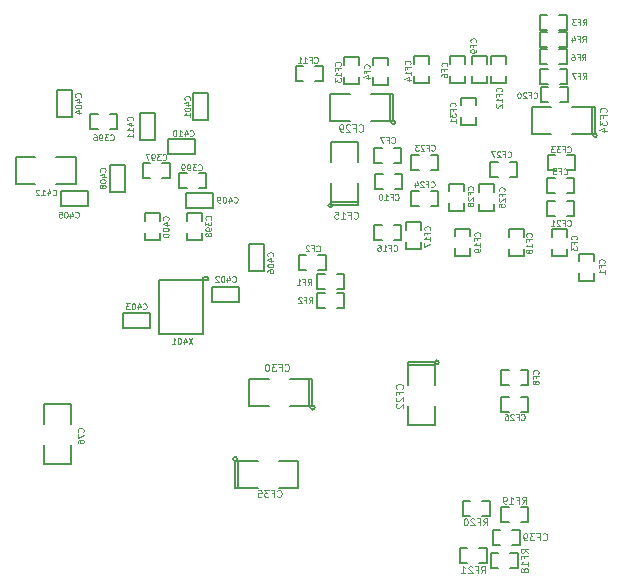
<source format=gbo>
G04 #@! TF.FileFunction,Legend,Bot*
%FSLAX46Y46*%
G04 Gerber Fmt 4.6, Leading zero omitted, Abs format (unit mm)*
G04 Created by KiCad (PCBNEW no-vcs-found-product) date mié 22 jul 2015 02:19:54 COT*
%MOMM*%
G01*
G04 APERTURE LIST*
%ADD10C,0.100000*%
%ADD11C,0.127000*%
%ADD12C,0.200660*%
%ADD13C,0.152400*%
%ADD14C,0.203200*%
%ADD15C,0.120000*%
%ADD16C,0.110000*%
G04 APERTURE END LIST*
D10*
D11*
X29107000Y-110080000D02*
X31393000Y-110080000D01*
X31393000Y-110080000D02*
X31393000Y-111731000D01*
X29107000Y-113509000D02*
X29107000Y-115160000D01*
X29107000Y-115160000D02*
X31393000Y-115160000D01*
X31393000Y-115160000D02*
X31393000Y-113509000D01*
X29107000Y-111731000D02*
X29107000Y-110080000D01*
X41655000Y-83717000D02*
X41655000Y-86003000D01*
X41655000Y-86003000D02*
X42925000Y-86003000D01*
X42925000Y-86003000D02*
X42925000Y-83717000D01*
X42925000Y-83717000D02*
X41655000Y-83717000D01*
X43327000Y-101425000D02*
X45613000Y-101425000D01*
X45613000Y-101425000D02*
X45613000Y-100155000D01*
X45613000Y-100155000D02*
X43327000Y-100155000D01*
X43327000Y-100155000D02*
X43327000Y-101425000D01*
X38013000Y-102375000D02*
X35727000Y-102375000D01*
X35727000Y-102375000D02*
X35727000Y-103645000D01*
X35727000Y-103645000D02*
X38013000Y-103645000D01*
X38013000Y-103645000D02*
X38013000Y-102375000D01*
X30165000Y-83457000D02*
X30165000Y-85743000D01*
X30165000Y-85743000D02*
X31435000Y-85743000D01*
X31435000Y-85743000D02*
X31435000Y-83457000D01*
X31435000Y-83457000D02*
X30165000Y-83457000D01*
X30477000Y-93275000D02*
X32763000Y-93275000D01*
X32763000Y-93275000D02*
X32763000Y-92005000D01*
X32763000Y-92005000D02*
X30477000Y-92005000D01*
X30477000Y-92005000D02*
X30477000Y-93275000D01*
X46435000Y-96537000D02*
X46435000Y-98823000D01*
X46435000Y-98823000D02*
X47705000Y-98823000D01*
X47705000Y-98823000D02*
X47705000Y-96537000D01*
X47705000Y-96537000D02*
X46435000Y-96537000D01*
X35915000Y-92083000D02*
X35915000Y-89797000D01*
X35915000Y-89797000D02*
X34645000Y-89797000D01*
X34645000Y-89797000D02*
X34645000Y-92083000D01*
X34645000Y-92083000D02*
X35915000Y-92083000D01*
X41077000Y-93495000D02*
X43363000Y-93495000D01*
X43363000Y-93495000D02*
X43363000Y-92225000D01*
X43363000Y-92225000D02*
X41077000Y-92225000D01*
X41077000Y-92225000D02*
X41077000Y-93495000D01*
X41823000Y-87615000D02*
X39537000Y-87615000D01*
X39537000Y-87615000D02*
X39537000Y-88885000D01*
X39537000Y-88885000D02*
X41823000Y-88885000D01*
X41823000Y-88885000D02*
X41823000Y-87615000D01*
X37165000Y-85377000D02*
X37165000Y-87663000D01*
X37165000Y-87663000D02*
X38435000Y-87663000D01*
X38435000Y-87663000D02*
X38435000Y-85377000D01*
X38435000Y-85377000D02*
X37165000Y-85377000D01*
X31746000Y-89136800D02*
X31746000Y-91422800D01*
X31746000Y-91422800D02*
X30095000Y-91422800D01*
X28317000Y-89136800D02*
X26666000Y-89136800D01*
X26666000Y-89136800D02*
X26666000Y-91422800D01*
X26666000Y-91422800D02*
X28317000Y-91422800D01*
X30095000Y-89136800D02*
X31746000Y-89136800D01*
D12*
X42550760Y-99278860D02*
X42550760Y-104079460D01*
X42550760Y-104079460D02*
X38849980Y-104079460D01*
X38849980Y-104079460D02*
X38849980Y-99581120D01*
X38849980Y-99581120D02*
X42748880Y-99581120D01*
X42748880Y-99581120D02*
X42949540Y-99581120D01*
X42949540Y-99581120D02*
X42949540Y-99278860D01*
X42949540Y-99278860D02*
X42649820Y-99278860D01*
D13*
X35263000Y-85515000D02*
X34628000Y-85515000D01*
X32977000Y-85515000D02*
X33612000Y-85515000D01*
X32977000Y-86785000D02*
X32977000Y-85515000D01*
X35263000Y-86785000D02*
X35263000Y-85515000D01*
X32977000Y-86785000D02*
X33612000Y-86785000D01*
X35263000Y-86785000D02*
X34628000Y-86785000D01*
X37417000Y-90915000D02*
X38052000Y-90915000D01*
X39703000Y-90915000D02*
X39068000Y-90915000D01*
X39703000Y-89645000D02*
X39703000Y-90915000D01*
X37417000Y-89645000D02*
X37417000Y-90915000D01*
X39703000Y-89645000D02*
X39068000Y-89645000D01*
X37417000Y-89645000D02*
X38052000Y-89645000D01*
X41155000Y-93897000D02*
X41155000Y-94532000D01*
X41155000Y-96183000D02*
X41155000Y-95548000D01*
X42425000Y-96183000D02*
X41155000Y-96183000D01*
X42425000Y-93897000D02*
X41155000Y-93897000D01*
X42425000Y-96183000D02*
X42425000Y-95548000D01*
X42425000Y-93897000D02*
X42425000Y-94532000D01*
X40517000Y-91785000D02*
X41152000Y-91785000D01*
X42803000Y-91785000D02*
X42168000Y-91785000D01*
X42803000Y-90515000D02*
X42803000Y-91785000D01*
X40517000Y-90515000D02*
X40517000Y-91785000D01*
X42803000Y-90515000D02*
X42168000Y-90515000D01*
X40517000Y-90515000D02*
X41152000Y-90515000D01*
X37635000Y-93897000D02*
X37635000Y-94532000D01*
X37635000Y-96183000D02*
X37635000Y-95548000D01*
X38905000Y-96183000D02*
X37635000Y-96183000D01*
X38905000Y-93897000D02*
X37635000Y-93897000D01*
X38905000Y-96183000D02*
X38905000Y-95548000D01*
X38905000Y-93897000D02*
X38905000Y-94532000D01*
X75665000Y-99613000D02*
X75665000Y-98978000D01*
X75665000Y-97327000D02*
X75665000Y-97962000D01*
X74395000Y-97327000D02*
X75665000Y-97327000D01*
X74395000Y-99613000D02*
X75665000Y-99613000D01*
X74395000Y-97327000D02*
X74395000Y-97962000D01*
X74395000Y-99613000D02*
X74395000Y-98978000D01*
X50627000Y-98685000D02*
X51262000Y-98685000D01*
X52913000Y-98685000D02*
X52278000Y-98685000D01*
X52913000Y-97415000D02*
X52913000Y-98685000D01*
X50627000Y-97415000D02*
X50627000Y-98685000D01*
X52913000Y-97415000D02*
X52278000Y-97415000D01*
X50627000Y-97415000D02*
X51262000Y-97415000D01*
X72075000Y-95247000D02*
X72075000Y-95882000D01*
X72075000Y-97533000D02*
X72075000Y-96898000D01*
X73345000Y-97533000D02*
X72075000Y-97533000D01*
X73345000Y-95247000D02*
X72075000Y-95247000D01*
X73345000Y-97533000D02*
X73345000Y-96898000D01*
X73345000Y-95247000D02*
X73345000Y-95882000D01*
X58187400Y-83015400D02*
X58187400Y-82380400D01*
X58187400Y-80729400D02*
X58187400Y-81364400D01*
X56917400Y-80729400D02*
X58187400Y-80729400D01*
X56917400Y-83015400D02*
X58187400Y-83015400D01*
X56917400Y-80729400D02*
X56917400Y-81364400D01*
X56917400Y-83015400D02*
X56917400Y-82380400D01*
X71697000Y-92165000D02*
X72332000Y-92165000D01*
X73983000Y-92165000D02*
X73348000Y-92165000D01*
X73983000Y-90895000D02*
X73983000Y-92165000D01*
X71697000Y-90895000D02*
X71697000Y-92165000D01*
X73983000Y-90895000D02*
X73348000Y-90895000D01*
X71697000Y-90895000D02*
X72332000Y-90895000D01*
X64745000Y-82903000D02*
X64745000Y-82268000D01*
X64745000Y-80617000D02*
X64745000Y-81252000D01*
X63475000Y-80617000D02*
X64745000Y-80617000D01*
X63475000Y-82903000D02*
X64745000Y-82903000D01*
X63475000Y-80617000D02*
X63475000Y-81252000D01*
X63475000Y-82903000D02*
X63475000Y-82268000D01*
X59303000Y-88415000D02*
X58668000Y-88415000D01*
X57017000Y-88415000D02*
X57652000Y-88415000D01*
X57017000Y-89685000D02*
X57017000Y-88415000D01*
X59303000Y-89685000D02*
X59303000Y-88415000D01*
X57017000Y-89685000D02*
X57652000Y-89685000D01*
X59303000Y-89685000D02*
X58668000Y-89685000D01*
X70093000Y-107165000D02*
X69458000Y-107165000D01*
X67807000Y-107165000D02*
X68442000Y-107165000D01*
X67807000Y-108435000D02*
X67807000Y-107165000D01*
X70093000Y-108435000D02*
X70093000Y-107165000D01*
X67807000Y-108435000D02*
X68442000Y-108435000D01*
X70093000Y-108435000D02*
X69458000Y-108435000D01*
X66605000Y-82893000D02*
X66605000Y-82258000D01*
X66605000Y-80607000D02*
X66605000Y-81242000D01*
X65335000Y-80607000D02*
X66605000Y-80607000D01*
X65335000Y-82893000D02*
X66605000Y-82893000D01*
X65335000Y-80607000D02*
X65335000Y-81242000D01*
X65335000Y-82893000D02*
X65335000Y-82258000D01*
X59393000Y-90594000D02*
X58758000Y-90594000D01*
X57107000Y-90594000D02*
X57742000Y-90594000D01*
X57107000Y-91864000D02*
X57107000Y-90594000D01*
X59393000Y-91864000D02*
X59393000Y-90594000D01*
X57107000Y-91864000D02*
X57742000Y-91864000D01*
X59393000Y-91864000D02*
X58758000Y-91864000D01*
X50387000Y-82695000D02*
X51022000Y-82695000D01*
X52673000Y-82695000D02*
X52038000Y-82695000D01*
X52673000Y-81425000D02*
X52673000Y-82695000D01*
X50387000Y-81425000D02*
X50387000Y-82695000D01*
X52673000Y-81425000D02*
X52038000Y-81425000D01*
X50387000Y-81425000D02*
X51022000Y-81425000D01*
X68165000Y-82893000D02*
X68165000Y-82258000D01*
X68165000Y-80607000D02*
X68165000Y-81242000D01*
X66895000Y-80607000D02*
X68165000Y-80607000D01*
X66895000Y-82893000D02*
X68165000Y-82893000D01*
X66895000Y-80607000D02*
X66895000Y-81242000D01*
X66895000Y-82893000D02*
X66895000Y-82258000D01*
X55774400Y-82990000D02*
X55774400Y-82355000D01*
X55774400Y-80704000D02*
X55774400Y-81339000D01*
X54504400Y-80704000D02*
X55774400Y-80704000D01*
X54504400Y-82990000D02*
X55774400Y-82990000D01*
X54504400Y-80704000D02*
X54504400Y-81339000D01*
X54504400Y-82990000D02*
X54504400Y-82355000D01*
X61655000Y-82893000D02*
X61655000Y-82258000D01*
X61655000Y-80607000D02*
X61655000Y-81242000D01*
X60385000Y-80607000D02*
X61655000Y-80607000D01*
X60385000Y-82893000D02*
X61655000Y-82893000D01*
X60385000Y-80607000D02*
X60385000Y-81242000D01*
X60385000Y-82893000D02*
X60385000Y-82258000D01*
X59303000Y-94915000D02*
X58668000Y-94915000D01*
X57017000Y-94915000D02*
X57652000Y-94915000D01*
X57017000Y-96185000D02*
X57017000Y-94915000D01*
X59303000Y-96185000D02*
X59303000Y-94915000D01*
X57017000Y-96185000D02*
X57652000Y-96185000D01*
X59303000Y-96185000D02*
X58668000Y-96185000D01*
X59695000Y-94677000D02*
X59695000Y-95312000D01*
X59695000Y-96963000D02*
X59695000Y-96328000D01*
X60965000Y-96963000D02*
X59695000Y-96963000D01*
X60965000Y-94677000D02*
X59695000Y-94677000D01*
X60965000Y-96963000D02*
X60965000Y-96328000D01*
X60965000Y-94677000D02*
X60965000Y-95312000D01*
X68415000Y-95257000D02*
X68415000Y-95892000D01*
X68415000Y-97543000D02*
X68415000Y-96908000D01*
X69685000Y-97543000D02*
X68415000Y-97543000D01*
X69685000Y-95257000D02*
X68415000Y-95257000D01*
X69685000Y-97543000D02*
X69685000Y-96908000D01*
X69685000Y-95257000D02*
X69685000Y-95892000D01*
X63905000Y-95217000D02*
X63905000Y-95852000D01*
X63905000Y-97503000D02*
X63905000Y-96868000D01*
X65175000Y-97503000D02*
X63905000Y-97503000D01*
X65175000Y-95217000D02*
X63905000Y-95217000D01*
X65175000Y-97503000D02*
X65175000Y-96868000D01*
X65175000Y-95217000D02*
X65175000Y-95852000D01*
X71127000Y-84505000D02*
X71762000Y-84505000D01*
X73413000Y-84505000D02*
X72778000Y-84505000D01*
X73413000Y-83235000D02*
X73413000Y-84505000D01*
X71127000Y-83235000D02*
X71127000Y-84505000D01*
X73413000Y-83235000D02*
X72778000Y-83235000D01*
X71127000Y-83235000D02*
X71762000Y-83235000D01*
X71674800Y-94140600D02*
X72309800Y-94140600D01*
X73960800Y-94140600D02*
X73325800Y-94140600D01*
X73960800Y-92870600D02*
X73960800Y-94140600D01*
X71674800Y-92870600D02*
X71674800Y-94140600D01*
X73960800Y-92870600D02*
X73325800Y-92870600D01*
X71674800Y-92870600D02*
X72309800Y-92870600D01*
X62433000Y-88955000D02*
X61798000Y-88955000D01*
X60147000Y-88955000D02*
X60782000Y-88955000D01*
X60147000Y-90225000D02*
X60147000Y-88955000D01*
X62433000Y-90225000D02*
X62433000Y-88955000D01*
X60147000Y-90225000D02*
X60782000Y-90225000D01*
X62433000Y-90225000D02*
X61798000Y-90225000D01*
X62443000Y-92035000D02*
X61808000Y-92035000D01*
X60157000Y-92035000D02*
X60792000Y-92035000D01*
X60157000Y-93305000D02*
X60157000Y-92035000D01*
X62443000Y-93305000D02*
X62443000Y-92035000D01*
X60157000Y-93305000D02*
X60792000Y-93305000D01*
X62443000Y-93305000D02*
X61808000Y-93305000D01*
X65921700Y-91422800D02*
X65921700Y-92057800D01*
X65921700Y-93708800D02*
X65921700Y-93073800D01*
X67191700Y-93708800D02*
X65921700Y-93708800D01*
X67191700Y-91422800D02*
X65921700Y-91422800D01*
X67191700Y-93708800D02*
X67191700Y-93073800D01*
X67191700Y-91422800D02*
X67191700Y-92057800D01*
X70063000Y-109415000D02*
X69428000Y-109415000D01*
X67777000Y-109415000D02*
X68412000Y-109415000D01*
X67777000Y-110685000D02*
X67777000Y-109415000D01*
X70063000Y-110685000D02*
X70063000Y-109415000D01*
X67777000Y-110685000D02*
X68412000Y-110685000D01*
X70063000Y-110685000D02*
X69428000Y-110685000D01*
X66847000Y-90795000D02*
X67482000Y-90795000D01*
X69133000Y-90795000D02*
X68498000Y-90795000D01*
X69133000Y-89525000D02*
X69133000Y-90795000D01*
X66847000Y-89525000D02*
X66847000Y-90795000D01*
X69133000Y-89525000D02*
X68498000Y-89525000D01*
X66847000Y-89525000D02*
X67482000Y-89525000D01*
X63355000Y-91417000D02*
X63355000Y-92052000D01*
X63355000Y-93703000D02*
X63355000Y-93068000D01*
X64625000Y-93703000D02*
X63355000Y-93703000D01*
X64625000Y-91417000D02*
X63355000Y-91417000D01*
X64625000Y-93703000D02*
X64625000Y-93068000D01*
X64625000Y-91417000D02*
X64625000Y-92052000D01*
X65655000Y-86413000D02*
X65655000Y-85778000D01*
X65655000Y-84127000D02*
X65655000Y-84762000D01*
X64385000Y-84127000D02*
X65655000Y-84127000D01*
X64385000Y-86413000D02*
X65655000Y-86413000D01*
X64385000Y-84127000D02*
X64385000Y-84762000D01*
X64385000Y-86413000D02*
X64385000Y-85778000D01*
X71707000Y-90245000D02*
X72342000Y-90245000D01*
X73993000Y-90245000D02*
X73358000Y-90245000D01*
X73993000Y-88975000D02*
X73993000Y-90245000D01*
X71707000Y-88975000D02*
X71707000Y-90245000D01*
X73993000Y-88975000D02*
X73358000Y-88975000D01*
X71707000Y-88975000D02*
X72342000Y-88975000D01*
X54483000Y-99065000D02*
X53848000Y-99065000D01*
X52197000Y-99065000D02*
X52832000Y-99065000D01*
X52197000Y-100335000D02*
X52197000Y-99065000D01*
X54483000Y-100335000D02*
X54483000Y-99065000D01*
X52197000Y-100335000D02*
X52832000Y-100335000D01*
X54483000Y-100335000D02*
X53848000Y-100335000D01*
X54513000Y-100685000D02*
X53878000Y-100685000D01*
X52227000Y-100685000D02*
X52862000Y-100685000D01*
X52227000Y-101955000D02*
X52227000Y-100685000D01*
X54513000Y-101955000D02*
X54513000Y-100685000D01*
X52227000Y-101955000D02*
X52862000Y-101955000D01*
X54513000Y-101955000D02*
X53878000Y-101955000D01*
D14*
X53464805Y-93226200D02*
G75*
G03X53464805Y-93226200I-179605J0D01*
G01*
D11*
X55698200Y-92972200D02*
X55698200Y-93226200D01*
X55698200Y-93226200D02*
X53412200Y-93226200D01*
X53412200Y-93226200D02*
X53412200Y-92972200D01*
X55698200Y-92972200D02*
X53412200Y-92972200D01*
X53412200Y-92972200D02*
X53412200Y-91321200D01*
X55698200Y-89543200D02*
X55698200Y-87892200D01*
X55698200Y-87892200D02*
X53412200Y-87892200D01*
X53412200Y-87892200D02*
X53412200Y-89543200D01*
X55698200Y-91321200D02*
X55698200Y-92972200D01*
D14*
X62489605Y-106516000D02*
G75*
G03X62489605Y-106516000I-179605J0D01*
G01*
D11*
X59897000Y-106770000D02*
X59897000Y-106516000D01*
X59897000Y-106516000D02*
X62183000Y-106516000D01*
X62183000Y-106516000D02*
X62183000Y-106770000D01*
X59897000Y-106770000D02*
X62183000Y-106770000D01*
X62183000Y-106770000D02*
X62183000Y-108421000D01*
X59897000Y-110199000D02*
X59897000Y-111850000D01*
X59897000Y-111850000D02*
X62183000Y-111850000D01*
X62183000Y-111850000D02*
X62183000Y-110199000D01*
X59897000Y-108421000D02*
X59897000Y-106770000D01*
D14*
X58811505Y-86190400D02*
G75*
G03X58811505Y-86190400I-179605J0D01*
G01*
D11*
X58377900Y-83777400D02*
X58631900Y-83777400D01*
X58631900Y-83777400D02*
X58631900Y-86063400D01*
X58631900Y-86063400D02*
X58377900Y-86063400D01*
X58377900Y-83777400D02*
X58377900Y-86063400D01*
X58377900Y-86063400D02*
X56726900Y-86063400D01*
X54948900Y-83777400D02*
X53297900Y-83777400D01*
X53297900Y-83777400D02*
X53297900Y-86063400D01*
X53297900Y-86063400D02*
X54948900Y-86063400D01*
X56726900Y-83777400D02*
X58377900Y-83777400D01*
D14*
X51983605Y-110350000D02*
G75*
G03X51983605Y-110350000I-179605J0D01*
G01*
D11*
X51550000Y-107937000D02*
X51804000Y-107937000D01*
X51804000Y-107937000D02*
X51804000Y-110223000D01*
X51804000Y-110223000D02*
X51550000Y-110223000D01*
X51550000Y-107937000D02*
X51550000Y-110223000D01*
X51550000Y-110223000D02*
X49899000Y-110223000D01*
X48121000Y-107937000D02*
X46470000Y-107937000D01*
X46470000Y-107937000D02*
X46470000Y-110223000D01*
X46470000Y-110223000D02*
X48121000Y-110223000D01*
X49899000Y-107937000D02*
X51550000Y-107937000D01*
D14*
X75867605Y-87295300D02*
G75*
G03X75867605Y-87295300I-179605J0D01*
G01*
D11*
X75434000Y-84882300D02*
X75688000Y-84882300D01*
X75688000Y-84882300D02*
X75688000Y-87168300D01*
X75688000Y-87168300D02*
X75434000Y-87168300D01*
X75434000Y-84882300D02*
X75434000Y-87168300D01*
X75434000Y-87168300D02*
X73783000Y-87168300D01*
X72005000Y-84882300D02*
X70354000Y-84882300D01*
X70354000Y-84882300D02*
X70354000Y-87168300D01*
X70354000Y-87168300D02*
X72005000Y-87168300D01*
X73783000Y-84882300D02*
X75434000Y-84882300D01*
D14*
X45425605Y-114710000D02*
G75*
G03X45425605Y-114710000I-179605J0D01*
G01*
D11*
X45500000Y-117123000D02*
X45246000Y-117123000D01*
X45246000Y-117123000D02*
X45246000Y-114837000D01*
X45246000Y-114837000D02*
X45500000Y-114837000D01*
X45500000Y-117123000D02*
X45500000Y-114837000D01*
X45500000Y-114837000D02*
X47151000Y-114837000D01*
X48929000Y-117123000D02*
X50580000Y-117123000D01*
X50580000Y-117123000D02*
X50580000Y-114837000D01*
X50580000Y-114837000D02*
X48929000Y-114837000D01*
X47151000Y-117123000D02*
X45500000Y-117123000D01*
D13*
X73353000Y-77125000D02*
X72718000Y-77125000D01*
X71067000Y-77125000D02*
X71702000Y-77125000D01*
X71067000Y-78395000D02*
X71067000Y-77125000D01*
X73353000Y-78395000D02*
X73353000Y-77125000D01*
X71067000Y-78395000D02*
X71702000Y-78395000D01*
X73353000Y-78395000D02*
X72718000Y-78395000D01*
X73343000Y-78535000D02*
X72708000Y-78535000D01*
X71057000Y-78535000D02*
X71692000Y-78535000D01*
X71057000Y-79805000D02*
X71057000Y-78535000D01*
X73343000Y-79805000D02*
X73343000Y-78535000D01*
X71057000Y-79805000D02*
X71692000Y-79805000D01*
X73343000Y-79805000D02*
X72708000Y-79805000D01*
X73333000Y-80025000D02*
X72698000Y-80025000D01*
X71047000Y-80025000D02*
X71682000Y-80025000D01*
X71047000Y-81295000D02*
X71047000Y-80025000D01*
X73333000Y-81295000D02*
X73333000Y-80025000D01*
X71047000Y-81295000D02*
X71682000Y-81295000D01*
X73333000Y-81295000D02*
X72698000Y-81295000D01*
X73393000Y-81645000D02*
X72758000Y-81645000D01*
X71107000Y-81645000D02*
X71742000Y-81645000D01*
X71107000Y-82915000D02*
X71107000Y-81645000D01*
X73393000Y-82915000D02*
X73393000Y-81645000D01*
X71107000Y-82915000D02*
X71742000Y-82915000D01*
X73393000Y-82915000D02*
X72758000Y-82915000D01*
X67067000Y-121985000D02*
X67702000Y-121985000D01*
X69353000Y-121985000D02*
X68718000Y-121985000D01*
X69353000Y-120715000D02*
X69353000Y-121985000D01*
X67067000Y-120715000D02*
X67067000Y-121985000D01*
X69353000Y-120715000D02*
X68718000Y-120715000D01*
X67067000Y-120715000D02*
X67702000Y-120715000D01*
X66887000Y-123905000D02*
X67522000Y-123905000D01*
X69173000Y-123905000D02*
X68538000Y-123905000D01*
X69173000Y-122635000D02*
X69173000Y-123905000D01*
X66887000Y-122635000D02*
X66887000Y-123905000D01*
X69173000Y-122635000D02*
X68538000Y-122635000D01*
X66887000Y-122635000D02*
X67522000Y-122635000D01*
X67797000Y-120005000D02*
X68432000Y-120005000D01*
X70083000Y-120005000D02*
X69448000Y-120005000D01*
X70083000Y-118735000D02*
X70083000Y-120005000D01*
X67797000Y-118735000D02*
X67797000Y-120005000D01*
X70083000Y-118735000D02*
X69448000Y-118735000D01*
X67797000Y-118735000D02*
X68432000Y-118735000D01*
X66823000Y-118225000D02*
X66188000Y-118225000D01*
X64537000Y-118225000D02*
X65172000Y-118225000D01*
X64537000Y-119495000D02*
X64537000Y-118225000D01*
X66823000Y-119495000D02*
X66823000Y-118225000D01*
X64537000Y-119495000D02*
X65172000Y-119495000D01*
X66823000Y-119495000D02*
X66188000Y-119495000D01*
X66553000Y-122265000D02*
X65918000Y-122265000D01*
X64267000Y-122265000D02*
X64902000Y-122265000D01*
X64267000Y-123535000D02*
X64267000Y-122265000D01*
X66553000Y-123535000D02*
X66553000Y-122265000D01*
X64267000Y-123535000D02*
X64902000Y-123535000D01*
X66553000Y-123535000D02*
X65918000Y-123535000D01*
D15*
X32373571Y-112403572D02*
X32397381Y-112379762D01*
X32421190Y-112308334D01*
X32421190Y-112260715D01*
X32397381Y-112189286D01*
X32349762Y-112141667D01*
X32302143Y-112117858D01*
X32206905Y-112094048D01*
X32135476Y-112094048D01*
X32040238Y-112117858D01*
X31992619Y-112141667D01*
X31945000Y-112189286D01*
X31921190Y-112260715D01*
X31921190Y-112308334D01*
X31945000Y-112379762D01*
X31968810Y-112403572D01*
X31921190Y-112570239D02*
X31921190Y-112903572D01*
X32421190Y-112689286D01*
X31921190Y-113308333D02*
X31921190Y-113213095D01*
X31945000Y-113165476D01*
X31968810Y-113141667D01*
X32040238Y-113094048D01*
X32135476Y-113070238D01*
X32325952Y-113070238D01*
X32373571Y-113094048D01*
X32397381Y-113117857D01*
X32421190Y-113165476D01*
X32421190Y-113260714D01*
X32397381Y-113308333D01*
X32373571Y-113332143D01*
X32325952Y-113355952D01*
X32206905Y-113355952D01*
X32159286Y-113332143D01*
X32135476Y-113308333D01*
X32111667Y-113260714D01*
X32111667Y-113165476D01*
X32135476Y-113117857D01*
X32159286Y-113094048D01*
X32206905Y-113070238D01*
X41398571Y-84280477D02*
X41422381Y-84256667D01*
X41446190Y-84185239D01*
X41446190Y-84137620D01*
X41422381Y-84066191D01*
X41374762Y-84018572D01*
X41327143Y-83994763D01*
X41231905Y-83970953D01*
X41160476Y-83970953D01*
X41065238Y-83994763D01*
X41017619Y-84018572D01*
X40970000Y-84066191D01*
X40946190Y-84137620D01*
X40946190Y-84185239D01*
X40970000Y-84256667D01*
X40993810Y-84280477D01*
X41112857Y-84709048D02*
X41446190Y-84709048D01*
X40922381Y-84590001D02*
X41279524Y-84470953D01*
X41279524Y-84780477D01*
X40946190Y-85066191D02*
X40946190Y-85113810D01*
X40970000Y-85161429D01*
X40993810Y-85185238D01*
X41041429Y-85209048D01*
X41136667Y-85232857D01*
X41255714Y-85232857D01*
X41350952Y-85209048D01*
X41398571Y-85185238D01*
X41422381Y-85161429D01*
X41446190Y-85113810D01*
X41446190Y-85066191D01*
X41422381Y-85018572D01*
X41398571Y-84994762D01*
X41350952Y-84970953D01*
X41255714Y-84947143D01*
X41136667Y-84947143D01*
X41041429Y-84970953D01*
X40993810Y-84994762D01*
X40970000Y-85018572D01*
X40946190Y-85066191D01*
X41446190Y-85709047D02*
X41446190Y-85423333D01*
X41446190Y-85566190D02*
X40946190Y-85566190D01*
X41017619Y-85518571D01*
X41065238Y-85470952D01*
X41089048Y-85423333D01*
X45014523Y-99668571D02*
X45038333Y-99692381D01*
X45109761Y-99716190D01*
X45157380Y-99716190D01*
X45228809Y-99692381D01*
X45276428Y-99644762D01*
X45300237Y-99597143D01*
X45324047Y-99501905D01*
X45324047Y-99430476D01*
X45300237Y-99335238D01*
X45276428Y-99287619D01*
X45228809Y-99240000D01*
X45157380Y-99216190D01*
X45109761Y-99216190D01*
X45038333Y-99240000D01*
X45014523Y-99263810D01*
X44585952Y-99382857D02*
X44585952Y-99716190D01*
X44704999Y-99192381D02*
X44824047Y-99549524D01*
X44514523Y-99549524D01*
X44228809Y-99216190D02*
X44181190Y-99216190D01*
X44133571Y-99240000D01*
X44109762Y-99263810D01*
X44085952Y-99311429D01*
X44062143Y-99406667D01*
X44062143Y-99525714D01*
X44085952Y-99620952D01*
X44109762Y-99668571D01*
X44133571Y-99692381D01*
X44181190Y-99716190D01*
X44228809Y-99716190D01*
X44276428Y-99692381D01*
X44300238Y-99668571D01*
X44324047Y-99620952D01*
X44347857Y-99525714D01*
X44347857Y-99406667D01*
X44324047Y-99311429D01*
X44300238Y-99263810D01*
X44276428Y-99240000D01*
X44228809Y-99216190D01*
X43871667Y-99263810D02*
X43847857Y-99240000D01*
X43800238Y-99216190D01*
X43681191Y-99216190D01*
X43633572Y-99240000D01*
X43609762Y-99263810D01*
X43585953Y-99311429D01*
X43585953Y-99359048D01*
X43609762Y-99430476D01*
X43895476Y-99716190D01*
X43585953Y-99716190D01*
X37449523Y-101978571D02*
X37473333Y-102002381D01*
X37544761Y-102026190D01*
X37592380Y-102026190D01*
X37663809Y-102002381D01*
X37711428Y-101954762D01*
X37735237Y-101907143D01*
X37759047Y-101811905D01*
X37759047Y-101740476D01*
X37735237Y-101645238D01*
X37711428Y-101597619D01*
X37663809Y-101550000D01*
X37592380Y-101526190D01*
X37544761Y-101526190D01*
X37473333Y-101550000D01*
X37449523Y-101573810D01*
X37020952Y-101692857D02*
X37020952Y-102026190D01*
X37139999Y-101502381D02*
X37259047Y-101859524D01*
X36949523Y-101859524D01*
X36663809Y-101526190D02*
X36616190Y-101526190D01*
X36568571Y-101550000D01*
X36544762Y-101573810D01*
X36520952Y-101621429D01*
X36497143Y-101716667D01*
X36497143Y-101835714D01*
X36520952Y-101930952D01*
X36544762Y-101978571D01*
X36568571Y-102002381D01*
X36616190Y-102026190D01*
X36663809Y-102026190D01*
X36711428Y-102002381D01*
X36735238Y-101978571D01*
X36759047Y-101930952D01*
X36782857Y-101835714D01*
X36782857Y-101716667D01*
X36759047Y-101621429D01*
X36735238Y-101573810D01*
X36711428Y-101550000D01*
X36663809Y-101526190D01*
X36330476Y-101526190D02*
X36020953Y-101526190D01*
X36187619Y-101716667D01*
X36116191Y-101716667D01*
X36068572Y-101740476D01*
X36044762Y-101764286D01*
X36020953Y-101811905D01*
X36020953Y-101930952D01*
X36044762Y-101978571D01*
X36068572Y-102002381D01*
X36116191Y-102026190D01*
X36259048Y-102026190D01*
X36306667Y-102002381D01*
X36330476Y-101978571D01*
X32168571Y-84040477D02*
X32192381Y-84016667D01*
X32216190Y-83945239D01*
X32216190Y-83897620D01*
X32192381Y-83826191D01*
X32144762Y-83778572D01*
X32097143Y-83754763D01*
X32001905Y-83730953D01*
X31930476Y-83730953D01*
X31835238Y-83754763D01*
X31787619Y-83778572D01*
X31740000Y-83826191D01*
X31716190Y-83897620D01*
X31716190Y-83945239D01*
X31740000Y-84016667D01*
X31763810Y-84040477D01*
X31882857Y-84469048D02*
X32216190Y-84469048D01*
X31692381Y-84350001D02*
X32049524Y-84230953D01*
X32049524Y-84540477D01*
X31716190Y-84826191D02*
X31716190Y-84873810D01*
X31740000Y-84921429D01*
X31763810Y-84945238D01*
X31811429Y-84969048D01*
X31906667Y-84992857D01*
X32025714Y-84992857D01*
X32120952Y-84969048D01*
X32168571Y-84945238D01*
X32192381Y-84921429D01*
X32216190Y-84873810D01*
X32216190Y-84826191D01*
X32192381Y-84778572D01*
X32168571Y-84754762D01*
X32120952Y-84730953D01*
X32025714Y-84707143D01*
X31906667Y-84707143D01*
X31811429Y-84730953D01*
X31763810Y-84754762D01*
X31740000Y-84778572D01*
X31716190Y-84826191D01*
X31882857Y-85421428D02*
X32216190Y-85421428D01*
X31692381Y-85302381D02*
X32049524Y-85183333D01*
X32049524Y-85492857D01*
X31729523Y-94228571D02*
X31753333Y-94252381D01*
X31824761Y-94276190D01*
X31872380Y-94276190D01*
X31943809Y-94252381D01*
X31991428Y-94204762D01*
X32015237Y-94157143D01*
X32039047Y-94061905D01*
X32039047Y-93990476D01*
X32015237Y-93895238D01*
X31991428Y-93847619D01*
X31943809Y-93800000D01*
X31872380Y-93776190D01*
X31824761Y-93776190D01*
X31753333Y-93800000D01*
X31729523Y-93823810D01*
X31300952Y-93942857D02*
X31300952Y-94276190D01*
X31419999Y-93752381D02*
X31539047Y-94109524D01*
X31229523Y-94109524D01*
X30943809Y-93776190D02*
X30896190Y-93776190D01*
X30848571Y-93800000D01*
X30824762Y-93823810D01*
X30800952Y-93871429D01*
X30777143Y-93966667D01*
X30777143Y-94085714D01*
X30800952Y-94180952D01*
X30824762Y-94228571D01*
X30848571Y-94252381D01*
X30896190Y-94276190D01*
X30943809Y-94276190D01*
X30991428Y-94252381D01*
X31015238Y-94228571D01*
X31039047Y-94180952D01*
X31062857Y-94085714D01*
X31062857Y-93966667D01*
X31039047Y-93871429D01*
X31015238Y-93823810D01*
X30991428Y-93800000D01*
X30943809Y-93776190D01*
X30324762Y-93776190D02*
X30562857Y-93776190D01*
X30586667Y-94014286D01*
X30562857Y-93990476D01*
X30515238Y-93966667D01*
X30396191Y-93966667D01*
X30348572Y-93990476D01*
X30324762Y-94014286D01*
X30300953Y-94061905D01*
X30300953Y-94180952D01*
X30324762Y-94228571D01*
X30348572Y-94252381D01*
X30396191Y-94276190D01*
X30515238Y-94276190D01*
X30562857Y-94252381D01*
X30586667Y-94228571D01*
X48433571Y-97515477D02*
X48457381Y-97491667D01*
X48481190Y-97420239D01*
X48481190Y-97372620D01*
X48457381Y-97301191D01*
X48409762Y-97253572D01*
X48362143Y-97229763D01*
X48266905Y-97205953D01*
X48195476Y-97205953D01*
X48100238Y-97229763D01*
X48052619Y-97253572D01*
X48005000Y-97301191D01*
X47981190Y-97372620D01*
X47981190Y-97420239D01*
X48005000Y-97491667D01*
X48028810Y-97515477D01*
X48147857Y-97944048D02*
X48481190Y-97944048D01*
X47957381Y-97825001D02*
X48314524Y-97705953D01*
X48314524Y-98015477D01*
X47981190Y-98301191D02*
X47981190Y-98348810D01*
X48005000Y-98396429D01*
X48028810Y-98420238D01*
X48076429Y-98444048D01*
X48171667Y-98467857D01*
X48290714Y-98467857D01*
X48385952Y-98444048D01*
X48433571Y-98420238D01*
X48457381Y-98396429D01*
X48481190Y-98348810D01*
X48481190Y-98301191D01*
X48457381Y-98253572D01*
X48433571Y-98229762D01*
X48385952Y-98205953D01*
X48290714Y-98182143D01*
X48171667Y-98182143D01*
X48076429Y-98205953D01*
X48028810Y-98229762D01*
X48005000Y-98253572D01*
X47981190Y-98301191D01*
X47981190Y-98896428D02*
X47981190Y-98801190D01*
X48005000Y-98753571D01*
X48028810Y-98729762D01*
X48100238Y-98682143D01*
X48195476Y-98658333D01*
X48385952Y-98658333D01*
X48433571Y-98682143D01*
X48457381Y-98705952D01*
X48481190Y-98753571D01*
X48481190Y-98848809D01*
X48457381Y-98896428D01*
X48433571Y-98920238D01*
X48385952Y-98944047D01*
X48266905Y-98944047D01*
X48219286Y-98920238D01*
X48195476Y-98896428D01*
X48171667Y-98848809D01*
X48171667Y-98753571D01*
X48195476Y-98705952D01*
X48219286Y-98682143D01*
X48266905Y-98658333D01*
X34248571Y-90370477D02*
X34272381Y-90346667D01*
X34296190Y-90275239D01*
X34296190Y-90227620D01*
X34272381Y-90156191D01*
X34224762Y-90108572D01*
X34177143Y-90084763D01*
X34081905Y-90060953D01*
X34010476Y-90060953D01*
X33915238Y-90084763D01*
X33867619Y-90108572D01*
X33820000Y-90156191D01*
X33796190Y-90227620D01*
X33796190Y-90275239D01*
X33820000Y-90346667D01*
X33843810Y-90370477D01*
X33962857Y-90799048D02*
X34296190Y-90799048D01*
X33772381Y-90680001D02*
X34129524Y-90560953D01*
X34129524Y-90870477D01*
X33796190Y-91156191D02*
X33796190Y-91203810D01*
X33820000Y-91251429D01*
X33843810Y-91275238D01*
X33891429Y-91299048D01*
X33986667Y-91322857D01*
X34105714Y-91322857D01*
X34200952Y-91299048D01*
X34248571Y-91275238D01*
X34272381Y-91251429D01*
X34296190Y-91203810D01*
X34296190Y-91156191D01*
X34272381Y-91108572D01*
X34248571Y-91084762D01*
X34200952Y-91060953D01*
X34105714Y-91037143D01*
X33986667Y-91037143D01*
X33891429Y-91060953D01*
X33843810Y-91084762D01*
X33820000Y-91108572D01*
X33796190Y-91156191D01*
X34010476Y-91608571D02*
X33986667Y-91560952D01*
X33962857Y-91537143D01*
X33915238Y-91513333D01*
X33891429Y-91513333D01*
X33843810Y-91537143D01*
X33820000Y-91560952D01*
X33796190Y-91608571D01*
X33796190Y-91703809D01*
X33820000Y-91751428D01*
X33843810Y-91775238D01*
X33891429Y-91799047D01*
X33915238Y-91799047D01*
X33962857Y-91775238D01*
X33986667Y-91751428D01*
X34010476Y-91703809D01*
X34010476Y-91608571D01*
X34034286Y-91560952D01*
X34058095Y-91537143D01*
X34105714Y-91513333D01*
X34200952Y-91513333D01*
X34248571Y-91537143D01*
X34272381Y-91560952D01*
X34296190Y-91608571D01*
X34296190Y-91703809D01*
X34272381Y-91751428D01*
X34248571Y-91775238D01*
X34200952Y-91799047D01*
X34105714Y-91799047D01*
X34058095Y-91775238D01*
X34034286Y-91751428D01*
X34010476Y-91703809D01*
D10*
X45149523Y-92958571D02*
X45173333Y-92982381D01*
X45244761Y-93006190D01*
X45292380Y-93006190D01*
X45363809Y-92982381D01*
X45411428Y-92934762D01*
X45435237Y-92887143D01*
X45459047Y-92791905D01*
X45459047Y-92720476D01*
X45435237Y-92625238D01*
X45411428Y-92577619D01*
X45363809Y-92530000D01*
X45292380Y-92506190D01*
X45244761Y-92506190D01*
X45173333Y-92530000D01*
X45149523Y-92553810D01*
X44720952Y-92672857D02*
X44720952Y-93006190D01*
X44839999Y-92482381D02*
X44959047Y-92839524D01*
X44649523Y-92839524D01*
X44363809Y-92506190D02*
X44316190Y-92506190D01*
X44268571Y-92530000D01*
X44244762Y-92553810D01*
X44220952Y-92601429D01*
X44197143Y-92696667D01*
X44197143Y-92815714D01*
X44220952Y-92910952D01*
X44244762Y-92958571D01*
X44268571Y-92982381D01*
X44316190Y-93006190D01*
X44363809Y-93006190D01*
X44411428Y-92982381D01*
X44435238Y-92958571D01*
X44459047Y-92910952D01*
X44482857Y-92815714D01*
X44482857Y-92696667D01*
X44459047Y-92601429D01*
X44435238Y-92553810D01*
X44411428Y-92530000D01*
X44363809Y-92506190D01*
X43959048Y-93006190D02*
X43863810Y-93006190D01*
X43816191Y-92982381D01*
X43792381Y-92958571D01*
X43744762Y-92887143D01*
X43720953Y-92791905D01*
X43720953Y-92601429D01*
X43744762Y-92553810D01*
X43768572Y-92530000D01*
X43816191Y-92506190D01*
X43911429Y-92506190D01*
X43959048Y-92530000D01*
X43982857Y-92553810D01*
X44006667Y-92601429D01*
X44006667Y-92720476D01*
X43982857Y-92768095D01*
X43959048Y-92791905D01*
X43911429Y-92815714D01*
X43816191Y-92815714D01*
X43768572Y-92791905D01*
X43744762Y-92768095D01*
X43720953Y-92720476D01*
X41429523Y-87318571D02*
X41453333Y-87342381D01*
X41524761Y-87366190D01*
X41572380Y-87366190D01*
X41643809Y-87342381D01*
X41691428Y-87294762D01*
X41715237Y-87247143D01*
X41739047Y-87151905D01*
X41739047Y-87080476D01*
X41715237Y-86985238D01*
X41691428Y-86937619D01*
X41643809Y-86890000D01*
X41572380Y-86866190D01*
X41524761Y-86866190D01*
X41453333Y-86890000D01*
X41429523Y-86913810D01*
X41000952Y-87032857D02*
X41000952Y-87366190D01*
X41119999Y-86842381D02*
X41239047Y-87199524D01*
X40929523Y-87199524D01*
X40477143Y-87366190D02*
X40762857Y-87366190D01*
X40620000Y-87366190D02*
X40620000Y-86866190D01*
X40667619Y-86937619D01*
X40715238Y-86985238D01*
X40762857Y-87009048D01*
X40167619Y-86866190D02*
X40120000Y-86866190D01*
X40072381Y-86890000D01*
X40048572Y-86913810D01*
X40024762Y-86961429D01*
X40000953Y-87056667D01*
X40000953Y-87175714D01*
X40024762Y-87270952D01*
X40048572Y-87318571D01*
X40072381Y-87342381D01*
X40120000Y-87366190D01*
X40167619Y-87366190D01*
X40215238Y-87342381D01*
X40239048Y-87318571D01*
X40262857Y-87270952D01*
X40286667Y-87175714D01*
X40286667Y-87056667D01*
X40262857Y-86961429D01*
X40239048Y-86913810D01*
X40215238Y-86890000D01*
X40167619Y-86866190D01*
D15*
X36568571Y-86030477D02*
X36592381Y-86006667D01*
X36616190Y-85935239D01*
X36616190Y-85887620D01*
X36592381Y-85816191D01*
X36544762Y-85768572D01*
X36497143Y-85744763D01*
X36401905Y-85720953D01*
X36330476Y-85720953D01*
X36235238Y-85744763D01*
X36187619Y-85768572D01*
X36140000Y-85816191D01*
X36116190Y-85887620D01*
X36116190Y-85935239D01*
X36140000Y-86006667D01*
X36163810Y-86030477D01*
X36282857Y-86459048D02*
X36616190Y-86459048D01*
X36092381Y-86340001D02*
X36449524Y-86220953D01*
X36449524Y-86530477D01*
X36616190Y-86982857D02*
X36616190Y-86697143D01*
X36616190Y-86840000D02*
X36116190Y-86840000D01*
X36187619Y-86792381D01*
X36235238Y-86744762D01*
X36259048Y-86697143D01*
X36616190Y-87459047D02*
X36616190Y-87173333D01*
X36616190Y-87316190D02*
X36116190Y-87316190D01*
X36187619Y-87268571D01*
X36235238Y-87220952D01*
X36259048Y-87173333D01*
X29805523Y-92343371D02*
X29829333Y-92367181D01*
X29900761Y-92390990D01*
X29948380Y-92390990D01*
X30019809Y-92367181D01*
X30067428Y-92319562D01*
X30091237Y-92271943D01*
X30115047Y-92176705D01*
X30115047Y-92105276D01*
X30091237Y-92010038D01*
X30067428Y-91962419D01*
X30019809Y-91914800D01*
X29948380Y-91890990D01*
X29900761Y-91890990D01*
X29829333Y-91914800D01*
X29805523Y-91938610D01*
X29376952Y-92057657D02*
X29376952Y-92390990D01*
X29495999Y-91867181D02*
X29615047Y-92224324D01*
X29305523Y-92224324D01*
X28853143Y-92390990D02*
X29138857Y-92390990D01*
X28996000Y-92390990D02*
X28996000Y-91890990D01*
X29043619Y-91962419D01*
X29091238Y-92010038D01*
X29138857Y-92033848D01*
X28662667Y-91938610D02*
X28638857Y-91914800D01*
X28591238Y-91890990D01*
X28472191Y-91890990D01*
X28424572Y-91914800D01*
X28400762Y-91938610D01*
X28376953Y-91986229D01*
X28376953Y-92033848D01*
X28400762Y-92105276D01*
X28686476Y-92390990D01*
X28376953Y-92390990D01*
X41640951Y-104456190D02*
X41307618Y-104956190D01*
X41307618Y-104456190D02*
X41640951Y-104956190D01*
X40902857Y-104622857D02*
X40902857Y-104956190D01*
X41021904Y-104432381D02*
X41140952Y-104789524D01*
X40831428Y-104789524D01*
X40545714Y-104456190D02*
X40498095Y-104456190D01*
X40450476Y-104480000D01*
X40426667Y-104503810D01*
X40402857Y-104551429D01*
X40379048Y-104646667D01*
X40379048Y-104765714D01*
X40402857Y-104860952D01*
X40426667Y-104908571D01*
X40450476Y-104932381D01*
X40498095Y-104956190D01*
X40545714Y-104956190D01*
X40593333Y-104932381D01*
X40617143Y-104908571D01*
X40640952Y-104860952D01*
X40664762Y-104765714D01*
X40664762Y-104646667D01*
X40640952Y-104551429D01*
X40617143Y-104503810D01*
X40593333Y-104480000D01*
X40545714Y-104456190D01*
X39902858Y-104956190D02*
X40188572Y-104956190D01*
X40045715Y-104956190D02*
X40045715Y-104456190D01*
X40093334Y-104527619D01*
X40140953Y-104575238D01*
X40188572Y-104599048D01*
X34689523Y-87668571D02*
X34713333Y-87692381D01*
X34784761Y-87716190D01*
X34832380Y-87716190D01*
X34903809Y-87692381D01*
X34951428Y-87644762D01*
X34975237Y-87597143D01*
X34999047Y-87501905D01*
X34999047Y-87430476D01*
X34975237Y-87335238D01*
X34951428Y-87287619D01*
X34903809Y-87240000D01*
X34832380Y-87216190D01*
X34784761Y-87216190D01*
X34713333Y-87240000D01*
X34689523Y-87263810D01*
X34522856Y-87216190D02*
X34213333Y-87216190D01*
X34379999Y-87406667D01*
X34308571Y-87406667D01*
X34260952Y-87430476D01*
X34237142Y-87454286D01*
X34213333Y-87501905D01*
X34213333Y-87620952D01*
X34237142Y-87668571D01*
X34260952Y-87692381D01*
X34308571Y-87716190D01*
X34451428Y-87716190D01*
X34499047Y-87692381D01*
X34522856Y-87668571D01*
X33975238Y-87716190D02*
X33880000Y-87716190D01*
X33832381Y-87692381D01*
X33808571Y-87668571D01*
X33760952Y-87597143D01*
X33737143Y-87501905D01*
X33737143Y-87311429D01*
X33760952Y-87263810D01*
X33784762Y-87240000D01*
X33832381Y-87216190D01*
X33927619Y-87216190D01*
X33975238Y-87240000D01*
X33999047Y-87263810D01*
X34022857Y-87311429D01*
X34022857Y-87430476D01*
X33999047Y-87478095D01*
X33975238Y-87501905D01*
X33927619Y-87525714D01*
X33832381Y-87525714D01*
X33784762Y-87501905D01*
X33760952Y-87478095D01*
X33737143Y-87430476D01*
X33308572Y-87216190D02*
X33403810Y-87216190D01*
X33451429Y-87240000D01*
X33475238Y-87263810D01*
X33522857Y-87335238D01*
X33546667Y-87430476D01*
X33546667Y-87620952D01*
X33522857Y-87668571D01*
X33499048Y-87692381D01*
X33451429Y-87716190D01*
X33356191Y-87716190D01*
X33308572Y-87692381D01*
X33284762Y-87668571D01*
X33260953Y-87620952D01*
X33260953Y-87501905D01*
X33284762Y-87454286D01*
X33308572Y-87430476D01*
X33356191Y-87406667D01*
X33451429Y-87406667D01*
X33499048Y-87430476D01*
X33522857Y-87454286D01*
X33546667Y-87501905D01*
X39119523Y-89348571D02*
X39143333Y-89372381D01*
X39214761Y-89396190D01*
X39262380Y-89396190D01*
X39333809Y-89372381D01*
X39381428Y-89324762D01*
X39405237Y-89277143D01*
X39429047Y-89181905D01*
X39429047Y-89110476D01*
X39405237Y-89015238D01*
X39381428Y-88967619D01*
X39333809Y-88920000D01*
X39262380Y-88896190D01*
X39214761Y-88896190D01*
X39143333Y-88920000D01*
X39119523Y-88943810D01*
X38952856Y-88896190D02*
X38643333Y-88896190D01*
X38809999Y-89086667D01*
X38738571Y-89086667D01*
X38690952Y-89110476D01*
X38667142Y-89134286D01*
X38643333Y-89181905D01*
X38643333Y-89300952D01*
X38667142Y-89348571D01*
X38690952Y-89372381D01*
X38738571Y-89396190D01*
X38881428Y-89396190D01*
X38929047Y-89372381D01*
X38952856Y-89348571D01*
X38405238Y-89396190D02*
X38310000Y-89396190D01*
X38262381Y-89372381D01*
X38238571Y-89348571D01*
X38190952Y-89277143D01*
X38167143Y-89181905D01*
X38167143Y-88991429D01*
X38190952Y-88943810D01*
X38214762Y-88920000D01*
X38262381Y-88896190D01*
X38357619Y-88896190D01*
X38405238Y-88920000D01*
X38429047Y-88943810D01*
X38452857Y-88991429D01*
X38452857Y-89110476D01*
X38429047Y-89158095D01*
X38405238Y-89181905D01*
X38357619Y-89205714D01*
X38262381Y-89205714D01*
X38214762Y-89181905D01*
X38190952Y-89158095D01*
X38167143Y-89110476D01*
X38000476Y-88896190D02*
X37667143Y-88896190D01*
X37881429Y-89396190D01*
X43198571Y-94430477D02*
X43222381Y-94406667D01*
X43246190Y-94335239D01*
X43246190Y-94287620D01*
X43222381Y-94216191D01*
X43174762Y-94168572D01*
X43127143Y-94144763D01*
X43031905Y-94120953D01*
X42960476Y-94120953D01*
X42865238Y-94144763D01*
X42817619Y-94168572D01*
X42770000Y-94216191D01*
X42746190Y-94287620D01*
X42746190Y-94335239D01*
X42770000Y-94406667D01*
X42793810Y-94430477D01*
X42746190Y-94597144D02*
X42746190Y-94906667D01*
X42936667Y-94740001D01*
X42936667Y-94811429D01*
X42960476Y-94859048D01*
X42984286Y-94882858D01*
X43031905Y-94906667D01*
X43150952Y-94906667D01*
X43198571Y-94882858D01*
X43222381Y-94859048D01*
X43246190Y-94811429D01*
X43246190Y-94668572D01*
X43222381Y-94620953D01*
X43198571Y-94597144D01*
X43246190Y-95144762D02*
X43246190Y-95240000D01*
X43222381Y-95287619D01*
X43198571Y-95311429D01*
X43127143Y-95359048D01*
X43031905Y-95382857D01*
X42841429Y-95382857D01*
X42793810Y-95359048D01*
X42770000Y-95335238D01*
X42746190Y-95287619D01*
X42746190Y-95192381D01*
X42770000Y-95144762D01*
X42793810Y-95120953D01*
X42841429Y-95097143D01*
X42960476Y-95097143D01*
X43008095Y-95120953D01*
X43031905Y-95144762D01*
X43055714Y-95192381D01*
X43055714Y-95287619D01*
X43031905Y-95335238D01*
X43008095Y-95359048D01*
X42960476Y-95382857D01*
X42960476Y-95668571D02*
X42936667Y-95620952D01*
X42912857Y-95597143D01*
X42865238Y-95573333D01*
X42841429Y-95573333D01*
X42793810Y-95597143D01*
X42770000Y-95620952D01*
X42746190Y-95668571D01*
X42746190Y-95763809D01*
X42770000Y-95811428D01*
X42793810Y-95835238D01*
X42841429Y-95859047D01*
X42865238Y-95859047D01*
X42912857Y-95835238D01*
X42936667Y-95811428D01*
X42960476Y-95763809D01*
X42960476Y-95668571D01*
X42984286Y-95620952D01*
X43008095Y-95597143D01*
X43055714Y-95573333D01*
X43150952Y-95573333D01*
X43198571Y-95597143D01*
X43222381Y-95620952D01*
X43246190Y-95668571D01*
X43246190Y-95763809D01*
X43222381Y-95811428D01*
X43198571Y-95835238D01*
X43150952Y-95859047D01*
X43055714Y-95859047D01*
X43008095Y-95835238D01*
X42984286Y-95811428D01*
X42960476Y-95763809D01*
X42129523Y-90218571D02*
X42153333Y-90242381D01*
X42224761Y-90266190D01*
X42272380Y-90266190D01*
X42343809Y-90242381D01*
X42391428Y-90194762D01*
X42415237Y-90147143D01*
X42439047Y-90051905D01*
X42439047Y-89980476D01*
X42415237Y-89885238D01*
X42391428Y-89837619D01*
X42343809Y-89790000D01*
X42272380Y-89766190D01*
X42224761Y-89766190D01*
X42153333Y-89790000D01*
X42129523Y-89813810D01*
X41962856Y-89766190D02*
X41653333Y-89766190D01*
X41819999Y-89956667D01*
X41748571Y-89956667D01*
X41700952Y-89980476D01*
X41677142Y-90004286D01*
X41653333Y-90051905D01*
X41653333Y-90170952D01*
X41677142Y-90218571D01*
X41700952Y-90242381D01*
X41748571Y-90266190D01*
X41891428Y-90266190D01*
X41939047Y-90242381D01*
X41962856Y-90218571D01*
X41415238Y-90266190D02*
X41320000Y-90266190D01*
X41272381Y-90242381D01*
X41248571Y-90218571D01*
X41200952Y-90147143D01*
X41177143Y-90051905D01*
X41177143Y-89861429D01*
X41200952Y-89813810D01*
X41224762Y-89790000D01*
X41272381Y-89766190D01*
X41367619Y-89766190D01*
X41415238Y-89790000D01*
X41439047Y-89813810D01*
X41462857Y-89861429D01*
X41462857Y-89980476D01*
X41439047Y-90028095D01*
X41415238Y-90051905D01*
X41367619Y-90075714D01*
X41272381Y-90075714D01*
X41224762Y-90051905D01*
X41200952Y-90028095D01*
X41177143Y-89980476D01*
X40939048Y-90266190D02*
X40843810Y-90266190D01*
X40796191Y-90242381D01*
X40772381Y-90218571D01*
X40724762Y-90147143D01*
X40700953Y-90051905D01*
X40700953Y-89861429D01*
X40724762Y-89813810D01*
X40748572Y-89790000D01*
X40796191Y-89766190D01*
X40891429Y-89766190D01*
X40939048Y-89790000D01*
X40962857Y-89813810D01*
X40986667Y-89861429D01*
X40986667Y-89980476D01*
X40962857Y-90028095D01*
X40939048Y-90051905D01*
X40891429Y-90075714D01*
X40796191Y-90075714D01*
X40748572Y-90051905D01*
X40724762Y-90028095D01*
X40700953Y-89980476D01*
X39588571Y-94470477D02*
X39612381Y-94446667D01*
X39636190Y-94375239D01*
X39636190Y-94327620D01*
X39612381Y-94256191D01*
X39564762Y-94208572D01*
X39517143Y-94184763D01*
X39421905Y-94160953D01*
X39350476Y-94160953D01*
X39255238Y-94184763D01*
X39207619Y-94208572D01*
X39160000Y-94256191D01*
X39136190Y-94327620D01*
X39136190Y-94375239D01*
X39160000Y-94446667D01*
X39183810Y-94470477D01*
X39302857Y-94899048D02*
X39636190Y-94899048D01*
X39112381Y-94780001D02*
X39469524Y-94660953D01*
X39469524Y-94970477D01*
X39136190Y-95256191D02*
X39136190Y-95303810D01*
X39160000Y-95351429D01*
X39183810Y-95375238D01*
X39231429Y-95399048D01*
X39326667Y-95422857D01*
X39445714Y-95422857D01*
X39540952Y-95399048D01*
X39588571Y-95375238D01*
X39612381Y-95351429D01*
X39636190Y-95303810D01*
X39636190Y-95256191D01*
X39612381Y-95208572D01*
X39588571Y-95184762D01*
X39540952Y-95160953D01*
X39445714Y-95137143D01*
X39326667Y-95137143D01*
X39231429Y-95160953D01*
X39183810Y-95184762D01*
X39160000Y-95208572D01*
X39136190Y-95256191D01*
X39136190Y-95732381D02*
X39136190Y-95780000D01*
X39160000Y-95827619D01*
X39183810Y-95851428D01*
X39231429Y-95875238D01*
X39326667Y-95899047D01*
X39445714Y-95899047D01*
X39540952Y-95875238D01*
X39588571Y-95851428D01*
X39612381Y-95827619D01*
X39636190Y-95780000D01*
X39636190Y-95732381D01*
X39612381Y-95684762D01*
X39588571Y-95660952D01*
X39540952Y-95637143D01*
X39445714Y-95613333D01*
X39326667Y-95613333D01*
X39231429Y-95637143D01*
X39183810Y-95660952D01*
X39160000Y-95684762D01*
X39136190Y-95732381D01*
X76488571Y-98102382D02*
X76512381Y-98078572D01*
X76536190Y-98007144D01*
X76536190Y-97959525D01*
X76512381Y-97888096D01*
X76464762Y-97840477D01*
X76417143Y-97816668D01*
X76321905Y-97792858D01*
X76250476Y-97792858D01*
X76155238Y-97816668D01*
X76107619Y-97840477D01*
X76060000Y-97888096D01*
X76036190Y-97959525D01*
X76036190Y-98007144D01*
X76060000Y-98078572D01*
X76083810Y-98102382D01*
X76274286Y-98483334D02*
X76274286Y-98316668D01*
X76536190Y-98316668D02*
X76036190Y-98316668D01*
X76036190Y-98554763D01*
X76536190Y-99007143D02*
X76536190Y-98721429D01*
X76536190Y-98864286D02*
X76036190Y-98864286D01*
X76107619Y-98816667D01*
X76155238Y-98769048D01*
X76179048Y-98721429D01*
X52137618Y-97078571D02*
X52161428Y-97102381D01*
X52232856Y-97126190D01*
X52280475Y-97126190D01*
X52351904Y-97102381D01*
X52399523Y-97054762D01*
X52423332Y-97007143D01*
X52447142Y-96911905D01*
X52447142Y-96840476D01*
X52423332Y-96745238D01*
X52399523Y-96697619D01*
X52351904Y-96650000D01*
X52280475Y-96626190D01*
X52232856Y-96626190D01*
X52161428Y-96650000D01*
X52137618Y-96673810D01*
X51756666Y-96864286D02*
X51923332Y-96864286D01*
X51923332Y-97126190D02*
X51923332Y-96626190D01*
X51685237Y-96626190D01*
X51518571Y-96673810D02*
X51494761Y-96650000D01*
X51447142Y-96626190D01*
X51328095Y-96626190D01*
X51280476Y-96650000D01*
X51256666Y-96673810D01*
X51232857Y-96721429D01*
X51232857Y-96769048D01*
X51256666Y-96840476D01*
X51542380Y-97126190D01*
X51232857Y-97126190D01*
X74148571Y-96112382D02*
X74172381Y-96088572D01*
X74196190Y-96017144D01*
X74196190Y-95969525D01*
X74172381Y-95898096D01*
X74124762Y-95850477D01*
X74077143Y-95826668D01*
X73981905Y-95802858D01*
X73910476Y-95802858D01*
X73815238Y-95826668D01*
X73767619Y-95850477D01*
X73720000Y-95898096D01*
X73696190Y-95969525D01*
X73696190Y-96017144D01*
X73720000Y-96088572D01*
X73743810Y-96112382D01*
X73934286Y-96493334D02*
X73934286Y-96326668D01*
X74196190Y-96326668D02*
X73696190Y-96326668D01*
X73696190Y-96564763D01*
X73696190Y-96707620D02*
X73696190Y-97017143D01*
X73886667Y-96850477D01*
X73886667Y-96921905D01*
X73910476Y-96969524D01*
X73934286Y-96993334D01*
X73981905Y-97017143D01*
X74100952Y-97017143D01*
X74148571Y-96993334D01*
X74172381Y-96969524D01*
X74196190Y-96921905D01*
X74196190Y-96779048D01*
X74172381Y-96731429D01*
X74148571Y-96707620D01*
X56590971Y-81604782D02*
X56614781Y-81580972D01*
X56638590Y-81509544D01*
X56638590Y-81461925D01*
X56614781Y-81390496D01*
X56567162Y-81342877D01*
X56519543Y-81319068D01*
X56424305Y-81295258D01*
X56352876Y-81295258D01*
X56257638Y-81319068D01*
X56210019Y-81342877D01*
X56162400Y-81390496D01*
X56138590Y-81461925D01*
X56138590Y-81509544D01*
X56162400Y-81580972D01*
X56186210Y-81604782D01*
X56376686Y-81985734D02*
X56376686Y-81819068D01*
X56638590Y-81819068D02*
X56138590Y-81819068D01*
X56138590Y-82057163D01*
X56305257Y-82461924D02*
X56638590Y-82461924D01*
X56114781Y-82342877D02*
X56471924Y-82223829D01*
X56471924Y-82533353D01*
X73077618Y-90558571D02*
X73101428Y-90582381D01*
X73172856Y-90606190D01*
X73220475Y-90606190D01*
X73291904Y-90582381D01*
X73339523Y-90534762D01*
X73363332Y-90487143D01*
X73387142Y-90391905D01*
X73387142Y-90320476D01*
X73363332Y-90225238D01*
X73339523Y-90177619D01*
X73291904Y-90130000D01*
X73220475Y-90106190D01*
X73172856Y-90106190D01*
X73101428Y-90130000D01*
X73077618Y-90153810D01*
X72696666Y-90344286D02*
X72863332Y-90344286D01*
X72863332Y-90606190D02*
X72863332Y-90106190D01*
X72625237Y-90106190D01*
X72196666Y-90106190D02*
X72434761Y-90106190D01*
X72458571Y-90344286D01*
X72434761Y-90320476D01*
X72387142Y-90296667D01*
X72268095Y-90296667D01*
X72220476Y-90320476D01*
X72196666Y-90344286D01*
X72172857Y-90391905D01*
X72172857Y-90510952D01*
X72196666Y-90558571D01*
X72220476Y-90582381D01*
X72268095Y-90606190D01*
X72387142Y-90606190D01*
X72434761Y-90582381D01*
X72458571Y-90558571D01*
X63178571Y-81452382D02*
X63202381Y-81428572D01*
X63226190Y-81357144D01*
X63226190Y-81309525D01*
X63202381Y-81238096D01*
X63154762Y-81190477D01*
X63107143Y-81166668D01*
X63011905Y-81142858D01*
X62940476Y-81142858D01*
X62845238Y-81166668D01*
X62797619Y-81190477D01*
X62750000Y-81238096D01*
X62726190Y-81309525D01*
X62726190Y-81357144D01*
X62750000Y-81428572D01*
X62773810Y-81452382D01*
X62964286Y-81833334D02*
X62964286Y-81666668D01*
X63226190Y-81666668D02*
X62726190Y-81666668D01*
X62726190Y-81904763D01*
X62726190Y-82309524D02*
X62726190Y-82214286D01*
X62750000Y-82166667D01*
X62773810Y-82142858D01*
X62845238Y-82095239D01*
X62940476Y-82071429D01*
X63130952Y-82071429D01*
X63178571Y-82095239D01*
X63202381Y-82119048D01*
X63226190Y-82166667D01*
X63226190Y-82261905D01*
X63202381Y-82309524D01*
X63178571Y-82333334D01*
X63130952Y-82357143D01*
X63011905Y-82357143D01*
X62964286Y-82333334D01*
X62940476Y-82309524D01*
X62916667Y-82261905D01*
X62916667Y-82166667D01*
X62940476Y-82119048D01*
X62964286Y-82095239D01*
X63011905Y-82071429D01*
X58487618Y-87898571D02*
X58511428Y-87922381D01*
X58582856Y-87946190D01*
X58630475Y-87946190D01*
X58701904Y-87922381D01*
X58749523Y-87874762D01*
X58773332Y-87827143D01*
X58797142Y-87731905D01*
X58797142Y-87660476D01*
X58773332Y-87565238D01*
X58749523Y-87517619D01*
X58701904Y-87470000D01*
X58630475Y-87446190D01*
X58582856Y-87446190D01*
X58511428Y-87470000D01*
X58487618Y-87493810D01*
X58106666Y-87684286D02*
X58273332Y-87684286D01*
X58273332Y-87946190D02*
X58273332Y-87446190D01*
X58035237Y-87446190D01*
X57892380Y-87446190D02*
X57559047Y-87446190D01*
X57773333Y-87946190D01*
X70906571Y-107476982D02*
X70930381Y-107453172D01*
X70954190Y-107381744D01*
X70954190Y-107334125D01*
X70930381Y-107262696D01*
X70882762Y-107215077D01*
X70835143Y-107191268D01*
X70739905Y-107167458D01*
X70668476Y-107167458D01*
X70573238Y-107191268D01*
X70525619Y-107215077D01*
X70478000Y-107262696D01*
X70454190Y-107334125D01*
X70454190Y-107381744D01*
X70478000Y-107453172D01*
X70501810Y-107476982D01*
X70692286Y-107857934D02*
X70692286Y-107691268D01*
X70954190Y-107691268D02*
X70454190Y-107691268D01*
X70454190Y-107929363D01*
X70668476Y-108191267D02*
X70644667Y-108143648D01*
X70620857Y-108119839D01*
X70573238Y-108096029D01*
X70549429Y-108096029D01*
X70501810Y-108119839D01*
X70478000Y-108143648D01*
X70454190Y-108191267D01*
X70454190Y-108286505D01*
X70478000Y-108334124D01*
X70501810Y-108357934D01*
X70549429Y-108381743D01*
X70573238Y-108381743D01*
X70620857Y-108357934D01*
X70644667Y-108334124D01*
X70668476Y-108286505D01*
X70668476Y-108191267D01*
X70692286Y-108143648D01*
X70716095Y-108119839D01*
X70763714Y-108096029D01*
X70858952Y-108096029D01*
X70906571Y-108119839D01*
X70930381Y-108143648D01*
X70954190Y-108191267D01*
X70954190Y-108286505D01*
X70930381Y-108334124D01*
X70906571Y-108357934D01*
X70858952Y-108381743D01*
X70763714Y-108381743D01*
X70716095Y-108357934D01*
X70692286Y-108334124D01*
X70668476Y-108286505D01*
X65628571Y-79402382D02*
X65652381Y-79378572D01*
X65676190Y-79307144D01*
X65676190Y-79259525D01*
X65652381Y-79188096D01*
X65604762Y-79140477D01*
X65557143Y-79116668D01*
X65461905Y-79092858D01*
X65390476Y-79092858D01*
X65295238Y-79116668D01*
X65247619Y-79140477D01*
X65200000Y-79188096D01*
X65176190Y-79259525D01*
X65176190Y-79307144D01*
X65200000Y-79378572D01*
X65223810Y-79402382D01*
X65414286Y-79783334D02*
X65414286Y-79616668D01*
X65676190Y-79616668D02*
X65176190Y-79616668D01*
X65176190Y-79854763D01*
X65676190Y-80069048D02*
X65676190Y-80164286D01*
X65652381Y-80211905D01*
X65628571Y-80235715D01*
X65557143Y-80283334D01*
X65461905Y-80307143D01*
X65271429Y-80307143D01*
X65223810Y-80283334D01*
X65200000Y-80259524D01*
X65176190Y-80211905D01*
X65176190Y-80116667D01*
X65200000Y-80069048D01*
X65223810Y-80045239D01*
X65271429Y-80021429D01*
X65390476Y-80021429D01*
X65438095Y-80045239D01*
X65461905Y-80069048D01*
X65485714Y-80116667D01*
X65485714Y-80211905D01*
X65461905Y-80259524D01*
X65438095Y-80283334D01*
X65390476Y-80307143D01*
X58795713Y-92728571D02*
X58819523Y-92752381D01*
X58890951Y-92776190D01*
X58938570Y-92776190D01*
X59009999Y-92752381D01*
X59057618Y-92704762D01*
X59081427Y-92657143D01*
X59105237Y-92561905D01*
X59105237Y-92490476D01*
X59081427Y-92395238D01*
X59057618Y-92347619D01*
X59009999Y-92300000D01*
X58938570Y-92276190D01*
X58890951Y-92276190D01*
X58819523Y-92300000D01*
X58795713Y-92323810D01*
X58414761Y-92514286D02*
X58581427Y-92514286D01*
X58581427Y-92776190D02*
X58581427Y-92276190D01*
X58343332Y-92276190D01*
X57890952Y-92776190D02*
X58176666Y-92776190D01*
X58033809Y-92776190D02*
X58033809Y-92276190D01*
X58081428Y-92347619D01*
X58129047Y-92395238D01*
X58176666Y-92419048D01*
X57581428Y-92276190D02*
X57533809Y-92276190D01*
X57486190Y-92300000D01*
X57462381Y-92323810D01*
X57438571Y-92371429D01*
X57414762Y-92466667D01*
X57414762Y-92585714D01*
X57438571Y-92680952D01*
X57462381Y-92728571D01*
X57486190Y-92752381D01*
X57533809Y-92776190D01*
X57581428Y-92776190D01*
X57629047Y-92752381D01*
X57652857Y-92728571D01*
X57676666Y-92680952D01*
X57700476Y-92585714D01*
X57700476Y-92466667D01*
X57676666Y-92371429D01*
X57652857Y-92323810D01*
X57629047Y-92300000D01*
X57581428Y-92276190D01*
X51945713Y-81118571D02*
X51969523Y-81142381D01*
X52040951Y-81166190D01*
X52088570Y-81166190D01*
X52159999Y-81142381D01*
X52207618Y-81094762D01*
X52231427Y-81047143D01*
X52255237Y-80951905D01*
X52255237Y-80880476D01*
X52231427Y-80785238D01*
X52207618Y-80737619D01*
X52159999Y-80690000D01*
X52088570Y-80666190D01*
X52040951Y-80666190D01*
X51969523Y-80690000D01*
X51945713Y-80713810D01*
X51564761Y-80904286D02*
X51731427Y-80904286D01*
X51731427Y-81166190D02*
X51731427Y-80666190D01*
X51493332Y-80666190D01*
X51040952Y-81166190D02*
X51326666Y-81166190D01*
X51183809Y-81166190D02*
X51183809Y-80666190D01*
X51231428Y-80737619D01*
X51279047Y-80785238D01*
X51326666Y-80809048D01*
X50564762Y-81166190D02*
X50850476Y-81166190D01*
X50707619Y-81166190D02*
X50707619Y-80666190D01*
X50755238Y-80737619D01*
X50802857Y-80785238D01*
X50850476Y-80809048D01*
X67788571Y-83584287D02*
X67812381Y-83560477D01*
X67836190Y-83489049D01*
X67836190Y-83441430D01*
X67812381Y-83370001D01*
X67764762Y-83322382D01*
X67717143Y-83298573D01*
X67621905Y-83274763D01*
X67550476Y-83274763D01*
X67455238Y-83298573D01*
X67407619Y-83322382D01*
X67360000Y-83370001D01*
X67336190Y-83441430D01*
X67336190Y-83489049D01*
X67360000Y-83560477D01*
X67383810Y-83584287D01*
X67574286Y-83965239D02*
X67574286Y-83798573D01*
X67836190Y-83798573D02*
X67336190Y-83798573D01*
X67336190Y-84036668D01*
X67836190Y-84489048D02*
X67836190Y-84203334D01*
X67836190Y-84346191D02*
X67336190Y-84346191D01*
X67407619Y-84298572D01*
X67455238Y-84250953D01*
X67479048Y-84203334D01*
X67383810Y-84679524D02*
X67360000Y-84703334D01*
X67336190Y-84750953D01*
X67336190Y-84870000D01*
X67360000Y-84917619D01*
X67383810Y-84941429D01*
X67431429Y-84965238D01*
X67479048Y-84965238D01*
X67550476Y-84941429D01*
X67836190Y-84655715D01*
X67836190Y-84965238D01*
X54157971Y-81391287D02*
X54181781Y-81367477D01*
X54205590Y-81296049D01*
X54205590Y-81248430D01*
X54181781Y-81177001D01*
X54134162Y-81129382D01*
X54086543Y-81105573D01*
X53991305Y-81081763D01*
X53919876Y-81081763D01*
X53824638Y-81105573D01*
X53777019Y-81129382D01*
X53729400Y-81177001D01*
X53705590Y-81248430D01*
X53705590Y-81296049D01*
X53729400Y-81367477D01*
X53753210Y-81391287D01*
X53943686Y-81772239D02*
X53943686Y-81605573D01*
X54205590Y-81605573D02*
X53705590Y-81605573D01*
X53705590Y-81843668D01*
X54205590Y-82296048D02*
X54205590Y-82010334D01*
X54205590Y-82153191D02*
X53705590Y-82153191D01*
X53777019Y-82105572D01*
X53824638Y-82057953D01*
X53848448Y-82010334D01*
X53705590Y-82462715D02*
X53705590Y-82772238D01*
X53896067Y-82605572D01*
X53896067Y-82677000D01*
X53919876Y-82724619D01*
X53943686Y-82748429D01*
X53991305Y-82772238D01*
X54110352Y-82772238D01*
X54157971Y-82748429D01*
X54181781Y-82724619D01*
X54205590Y-82677000D01*
X54205590Y-82534143D01*
X54181781Y-82486524D01*
X54157971Y-82462715D01*
X60058571Y-81294287D02*
X60082381Y-81270477D01*
X60106190Y-81199049D01*
X60106190Y-81151430D01*
X60082381Y-81080001D01*
X60034762Y-81032382D01*
X59987143Y-81008573D01*
X59891905Y-80984763D01*
X59820476Y-80984763D01*
X59725238Y-81008573D01*
X59677619Y-81032382D01*
X59630000Y-81080001D01*
X59606190Y-81151430D01*
X59606190Y-81199049D01*
X59630000Y-81270477D01*
X59653810Y-81294287D01*
X59844286Y-81675239D02*
X59844286Y-81508573D01*
X60106190Y-81508573D02*
X59606190Y-81508573D01*
X59606190Y-81746668D01*
X60106190Y-82199048D02*
X60106190Y-81913334D01*
X60106190Y-82056191D02*
X59606190Y-82056191D01*
X59677619Y-82008572D01*
X59725238Y-81960953D01*
X59749048Y-81913334D01*
X59772857Y-82627619D02*
X60106190Y-82627619D01*
X59582381Y-82508572D02*
X59939524Y-82389524D01*
X59939524Y-82699048D01*
X58685713Y-97038571D02*
X58709523Y-97062381D01*
X58780951Y-97086190D01*
X58828570Y-97086190D01*
X58899999Y-97062381D01*
X58947618Y-97014762D01*
X58971427Y-96967143D01*
X58995237Y-96871905D01*
X58995237Y-96800476D01*
X58971427Y-96705238D01*
X58947618Y-96657619D01*
X58899999Y-96610000D01*
X58828570Y-96586190D01*
X58780951Y-96586190D01*
X58709523Y-96610000D01*
X58685713Y-96633810D01*
X58304761Y-96824286D02*
X58471427Y-96824286D01*
X58471427Y-97086190D02*
X58471427Y-96586190D01*
X58233332Y-96586190D01*
X57780952Y-97086190D02*
X58066666Y-97086190D01*
X57923809Y-97086190D02*
X57923809Y-96586190D01*
X57971428Y-96657619D01*
X58019047Y-96705238D01*
X58066666Y-96729048D01*
X57352381Y-96586190D02*
X57447619Y-96586190D01*
X57495238Y-96610000D01*
X57519047Y-96633810D01*
X57566666Y-96705238D01*
X57590476Y-96800476D01*
X57590476Y-96990952D01*
X57566666Y-97038571D01*
X57542857Y-97062381D01*
X57495238Y-97086190D01*
X57400000Y-97086190D01*
X57352381Y-97062381D01*
X57328571Y-97038571D01*
X57304762Y-96990952D01*
X57304762Y-96871905D01*
X57328571Y-96824286D01*
X57352381Y-96800476D01*
X57400000Y-96776667D01*
X57495238Y-96776667D01*
X57542857Y-96800476D01*
X57566666Y-96824286D01*
X57590476Y-96871905D01*
X61718571Y-95314287D02*
X61742381Y-95290477D01*
X61766190Y-95219049D01*
X61766190Y-95171430D01*
X61742381Y-95100001D01*
X61694762Y-95052382D01*
X61647143Y-95028573D01*
X61551905Y-95004763D01*
X61480476Y-95004763D01*
X61385238Y-95028573D01*
X61337619Y-95052382D01*
X61290000Y-95100001D01*
X61266190Y-95171430D01*
X61266190Y-95219049D01*
X61290000Y-95290477D01*
X61313810Y-95314287D01*
X61504286Y-95695239D02*
X61504286Y-95528573D01*
X61766190Y-95528573D02*
X61266190Y-95528573D01*
X61266190Y-95766668D01*
X61766190Y-96219048D02*
X61766190Y-95933334D01*
X61766190Y-96076191D02*
X61266190Y-96076191D01*
X61337619Y-96028572D01*
X61385238Y-95980953D01*
X61409048Y-95933334D01*
X61266190Y-96385715D02*
X61266190Y-96719048D01*
X61766190Y-96504762D01*
X70338571Y-95884287D02*
X70362381Y-95860477D01*
X70386190Y-95789049D01*
X70386190Y-95741430D01*
X70362381Y-95670001D01*
X70314762Y-95622382D01*
X70267143Y-95598573D01*
X70171905Y-95574763D01*
X70100476Y-95574763D01*
X70005238Y-95598573D01*
X69957619Y-95622382D01*
X69910000Y-95670001D01*
X69886190Y-95741430D01*
X69886190Y-95789049D01*
X69910000Y-95860477D01*
X69933810Y-95884287D01*
X70124286Y-96265239D02*
X70124286Y-96098573D01*
X70386190Y-96098573D02*
X69886190Y-96098573D01*
X69886190Y-96336668D01*
X70386190Y-96789048D02*
X70386190Y-96503334D01*
X70386190Y-96646191D02*
X69886190Y-96646191D01*
X69957619Y-96598572D01*
X70005238Y-96550953D01*
X70029048Y-96503334D01*
X70100476Y-97074762D02*
X70076667Y-97027143D01*
X70052857Y-97003334D01*
X70005238Y-96979524D01*
X69981429Y-96979524D01*
X69933810Y-97003334D01*
X69910000Y-97027143D01*
X69886190Y-97074762D01*
X69886190Y-97170000D01*
X69910000Y-97217619D01*
X69933810Y-97241429D01*
X69981429Y-97265238D01*
X70005238Y-97265238D01*
X70052857Y-97241429D01*
X70076667Y-97217619D01*
X70100476Y-97170000D01*
X70100476Y-97074762D01*
X70124286Y-97027143D01*
X70148095Y-97003334D01*
X70195714Y-96979524D01*
X70290952Y-96979524D01*
X70338571Y-97003334D01*
X70362381Y-97027143D01*
X70386190Y-97074762D01*
X70386190Y-97170000D01*
X70362381Y-97217619D01*
X70338571Y-97241429D01*
X70290952Y-97265238D01*
X70195714Y-97265238D01*
X70148095Y-97241429D01*
X70124286Y-97217619D01*
X70100476Y-97170000D01*
X65958571Y-95814287D02*
X65982381Y-95790477D01*
X66006190Y-95719049D01*
X66006190Y-95671430D01*
X65982381Y-95600001D01*
X65934762Y-95552382D01*
X65887143Y-95528573D01*
X65791905Y-95504763D01*
X65720476Y-95504763D01*
X65625238Y-95528573D01*
X65577619Y-95552382D01*
X65530000Y-95600001D01*
X65506190Y-95671430D01*
X65506190Y-95719049D01*
X65530000Y-95790477D01*
X65553810Y-95814287D01*
X65744286Y-96195239D02*
X65744286Y-96028573D01*
X66006190Y-96028573D02*
X65506190Y-96028573D01*
X65506190Y-96266668D01*
X66006190Y-96719048D02*
X66006190Y-96433334D01*
X66006190Y-96576191D02*
X65506190Y-96576191D01*
X65577619Y-96528572D01*
X65625238Y-96480953D01*
X65649048Y-96433334D01*
X66006190Y-96957143D02*
X66006190Y-97052381D01*
X65982381Y-97100000D01*
X65958571Y-97123810D01*
X65887143Y-97171429D01*
X65791905Y-97195238D01*
X65601429Y-97195238D01*
X65553810Y-97171429D01*
X65530000Y-97147619D01*
X65506190Y-97100000D01*
X65506190Y-97004762D01*
X65530000Y-96957143D01*
X65553810Y-96933334D01*
X65601429Y-96909524D01*
X65720476Y-96909524D01*
X65768095Y-96933334D01*
X65791905Y-96957143D01*
X65815714Y-97004762D01*
X65815714Y-97100000D01*
X65791905Y-97147619D01*
X65768095Y-97171429D01*
X65720476Y-97195238D01*
X70535713Y-84108571D02*
X70559523Y-84132381D01*
X70630951Y-84156190D01*
X70678570Y-84156190D01*
X70749999Y-84132381D01*
X70797618Y-84084762D01*
X70821427Y-84037143D01*
X70845237Y-83941905D01*
X70845237Y-83870476D01*
X70821427Y-83775238D01*
X70797618Y-83727619D01*
X70749999Y-83680000D01*
X70678570Y-83656190D01*
X70630951Y-83656190D01*
X70559523Y-83680000D01*
X70535713Y-83703810D01*
X70154761Y-83894286D02*
X70321427Y-83894286D01*
X70321427Y-84156190D02*
X70321427Y-83656190D01*
X70083332Y-83656190D01*
X69916666Y-83703810D02*
X69892856Y-83680000D01*
X69845237Y-83656190D01*
X69726190Y-83656190D01*
X69678571Y-83680000D01*
X69654761Y-83703810D01*
X69630952Y-83751429D01*
X69630952Y-83799048D01*
X69654761Y-83870476D01*
X69940475Y-84156190D01*
X69630952Y-84156190D01*
X69321428Y-83656190D02*
X69273809Y-83656190D01*
X69226190Y-83680000D01*
X69202381Y-83703810D01*
X69178571Y-83751429D01*
X69154762Y-83846667D01*
X69154762Y-83965714D01*
X69178571Y-84060952D01*
X69202381Y-84108571D01*
X69226190Y-84132381D01*
X69273809Y-84156190D01*
X69321428Y-84156190D01*
X69369047Y-84132381D01*
X69392857Y-84108571D01*
X69416666Y-84060952D01*
X69440476Y-83965714D01*
X69440476Y-83846667D01*
X69416666Y-83751429D01*
X69392857Y-83703810D01*
X69369047Y-83680000D01*
X69321428Y-83656190D01*
X73378913Y-94928771D02*
X73402723Y-94952581D01*
X73474151Y-94976390D01*
X73521770Y-94976390D01*
X73593199Y-94952581D01*
X73640818Y-94904962D01*
X73664627Y-94857343D01*
X73688437Y-94762105D01*
X73688437Y-94690676D01*
X73664627Y-94595438D01*
X73640818Y-94547819D01*
X73593199Y-94500200D01*
X73521770Y-94476390D01*
X73474151Y-94476390D01*
X73402723Y-94500200D01*
X73378913Y-94524010D01*
X72997961Y-94714486D02*
X73164627Y-94714486D01*
X73164627Y-94976390D02*
X73164627Y-94476390D01*
X72926532Y-94476390D01*
X72759866Y-94524010D02*
X72736056Y-94500200D01*
X72688437Y-94476390D01*
X72569390Y-94476390D01*
X72521771Y-94500200D01*
X72497961Y-94524010D01*
X72474152Y-94571629D01*
X72474152Y-94619248D01*
X72497961Y-94690676D01*
X72783675Y-94976390D01*
X72474152Y-94976390D01*
X71997962Y-94976390D02*
X72283676Y-94976390D01*
X72140819Y-94976390D02*
X72140819Y-94476390D01*
X72188438Y-94547819D01*
X72236057Y-94595438D01*
X72283676Y-94619248D01*
X61865713Y-88548571D02*
X61889523Y-88572381D01*
X61960951Y-88596190D01*
X62008570Y-88596190D01*
X62079999Y-88572381D01*
X62127618Y-88524762D01*
X62151427Y-88477143D01*
X62175237Y-88381905D01*
X62175237Y-88310476D01*
X62151427Y-88215238D01*
X62127618Y-88167619D01*
X62079999Y-88120000D01*
X62008570Y-88096190D01*
X61960951Y-88096190D01*
X61889523Y-88120000D01*
X61865713Y-88143810D01*
X61484761Y-88334286D02*
X61651427Y-88334286D01*
X61651427Y-88596190D02*
X61651427Y-88096190D01*
X61413332Y-88096190D01*
X61246666Y-88143810D02*
X61222856Y-88120000D01*
X61175237Y-88096190D01*
X61056190Y-88096190D01*
X61008571Y-88120000D01*
X60984761Y-88143810D01*
X60960952Y-88191429D01*
X60960952Y-88239048D01*
X60984761Y-88310476D01*
X61270475Y-88596190D01*
X60960952Y-88596190D01*
X60794285Y-88096190D02*
X60484762Y-88096190D01*
X60651428Y-88286667D01*
X60580000Y-88286667D01*
X60532381Y-88310476D01*
X60508571Y-88334286D01*
X60484762Y-88381905D01*
X60484762Y-88500952D01*
X60508571Y-88548571D01*
X60532381Y-88572381D01*
X60580000Y-88596190D01*
X60722857Y-88596190D01*
X60770476Y-88572381D01*
X60794285Y-88548571D01*
X61835713Y-91648571D02*
X61859523Y-91672381D01*
X61930951Y-91696190D01*
X61978570Y-91696190D01*
X62049999Y-91672381D01*
X62097618Y-91624762D01*
X62121427Y-91577143D01*
X62145237Y-91481905D01*
X62145237Y-91410476D01*
X62121427Y-91315238D01*
X62097618Y-91267619D01*
X62049999Y-91220000D01*
X61978570Y-91196190D01*
X61930951Y-91196190D01*
X61859523Y-91220000D01*
X61835713Y-91243810D01*
X61454761Y-91434286D02*
X61621427Y-91434286D01*
X61621427Y-91696190D02*
X61621427Y-91196190D01*
X61383332Y-91196190D01*
X61216666Y-91243810D02*
X61192856Y-91220000D01*
X61145237Y-91196190D01*
X61026190Y-91196190D01*
X60978571Y-91220000D01*
X60954761Y-91243810D01*
X60930952Y-91291429D01*
X60930952Y-91339048D01*
X60954761Y-91410476D01*
X61240475Y-91696190D01*
X60930952Y-91696190D01*
X60502381Y-91362857D02*
X60502381Y-91696190D01*
X60621428Y-91172381D02*
X60740476Y-91529524D01*
X60430952Y-91529524D01*
X68030671Y-92017387D02*
X68054481Y-91993577D01*
X68078290Y-91922149D01*
X68078290Y-91874530D01*
X68054481Y-91803101D01*
X68006862Y-91755482D01*
X67959243Y-91731673D01*
X67864005Y-91707863D01*
X67792576Y-91707863D01*
X67697338Y-91731673D01*
X67649719Y-91755482D01*
X67602100Y-91803101D01*
X67578290Y-91874530D01*
X67578290Y-91922149D01*
X67602100Y-91993577D01*
X67625910Y-92017387D01*
X67816386Y-92398339D02*
X67816386Y-92231673D01*
X68078290Y-92231673D02*
X67578290Y-92231673D01*
X67578290Y-92469768D01*
X67625910Y-92636434D02*
X67602100Y-92660244D01*
X67578290Y-92707863D01*
X67578290Y-92826910D01*
X67602100Y-92874529D01*
X67625910Y-92898339D01*
X67673529Y-92922148D01*
X67721148Y-92922148D01*
X67792576Y-92898339D01*
X68078290Y-92612625D01*
X68078290Y-92922148D01*
X67578290Y-93374529D02*
X67578290Y-93136434D01*
X67816386Y-93112624D01*
X67792576Y-93136434D01*
X67768767Y-93184053D01*
X67768767Y-93303100D01*
X67792576Y-93350719D01*
X67816386Y-93374529D01*
X67864005Y-93398338D01*
X67983052Y-93398338D01*
X68030671Y-93374529D01*
X68054481Y-93350719D01*
X68078290Y-93303100D01*
X68078290Y-93184053D01*
X68054481Y-93136434D01*
X68030671Y-93112624D01*
X69465713Y-111348571D02*
X69489523Y-111372381D01*
X69560951Y-111396190D01*
X69608570Y-111396190D01*
X69679999Y-111372381D01*
X69727618Y-111324762D01*
X69751427Y-111277143D01*
X69775237Y-111181905D01*
X69775237Y-111110476D01*
X69751427Y-111015238D01*
X69727618Y-110967619D01*
X69679999Y-110920000D01*
X69608570Y-110896190D01*
X69560951Y-110896190D01*
X69489523Y-110920000D01*
X69465713Y-110943810D01*
X69084761Y-111134286D02*
X69251427Y-111134286D01*
X69251427Y-111396190D02*
X69251427Y-110896190D01*
X69013332Y-110896190D01*
X68846666Y-110943810D02*
X68822856Y-110920000D01*
X68775237Y-110896190D01*
X68656190Y-110896190D01*
X68608571Y-110920000D01*
X68584761Y-110943810D01*
X68560952Y-110991429D01*
X68560952Y-111039048D01*
X68584761Y-111110476D01*
X68870475Y-111396190D01*
X68560952Y-111396190D01*
X68132381Y-110896190D02*
X68227619Y-110896190D01*
X68275238Y-110920000D01*
X68299047Y-110943810D01*
X68346666Y-111015238D01*
X68370476Y-111110476D01*
X68370476Y-111300952D01*
X68346666Y-111348571D01*
X68322857Y-111372381D01*
X68275238Y-111396190D01*
X68180000Y-111396190D01*
X68132381Y-111372381D01*
X68108571Y-111348571D01*
X68084762Y-111300952D01*
X68084762Y-111181905D01*
X68108571Y-111134286D01*
X68132381Y-111110476D01*
X68180000Y-111086667D01*
X68275238Y-111086667D01*
X68322857Y-111110476D01*
X68346666Y-111134286D01*
X68370476Y-111181905D01*
X68335713Y-89098571D02*
X68359523Y-89122381D01*
X68430951Y-89146190D01*
X68478570Y-89146190D01*
X68549999Y-89122381D01*
X68597618Y-89074762D01*
X68621427Y-89027143D01*
X68645237Y-88931905D01*
X68645237Y-88860476D01*
X68621427Y-88765238D01*
X68597618Y-88717619D01*
X68549999Y-88670000D01*
X68478570Y-88646190D01*
X68430951Y-88646190D01*
X68359523Y-88670000D01*
X68335713Y-88693810D01*
X67954761Y-88884286D02*
X68121427Y-88884286D01*
X68121427Y-89146190D02*
X68121427Y-88646190D01*
X67883332Y-88646190D01*
X67716666Y-88693810D02*
X67692856Y-88670000D01*
X67645237Y-88646190D01*
X67526190Y-88646190D01*
X67478571Y-88670000D01*
X67454761Y-88693810D01*
X67430952Y-88741429D01*
X67430952Y-88789048D01*
X67454761Y-88860476D01*
X67740475Y-89146190D01*
X67430952Y-89146190D01*
X67264285Y-88646190D02*
X66930952Y-88646190D01*
X67145238Y-89146190D01*
X65388571Y-91924287D02*
X65412381Y-91900477D01*
X65436190Y-91829049D01*
X65436190Y-91781430D01*
X65412381Y-91710001D01*
X65364762Y-91662382D01*
X65317143Y-91638573D01*
X65221905Y-91614763D01*
X65150476Y-91614763D01*
X65055238Y-91638573D01*
X65007619Y-91662382D01*
X64960000Y-91710001D01*
X64936190Y-91781430D01*
X64936190Y-91829049D01*
X64960000Y-91900477D01*
X64983810Y-91924287D01*
X65174286Y-92305239D02*
X65174286Y-92138573D01*
X65436190Y-92138573D02*
X64936190Y-92138573D01*
X64936190Y-92376668D01*
X64983810Y-92543334D02*
X64960000Y-92567144D01*
X64936190Y-92614763D01*
X64936190Y-92733810D01*
X64960000Y-92781429D01*
X64983810Y-92805239D01*
X65031429Y-92829048D01*
X65079048Y-92829048D01*
X65150476Y-92805239D01*
X65436190Y-92519525D01*
X65436190Y-92829048D01*
X65150476Y-93114762D02*
X65126667Y-93067143D01*
X65102857Y-93043334D01*
X65055238Y-93019524D01*
X65031429Y-93019524D01*
X64983810Y-93043334D01*
X64960000Y-93067143D01*
X64936190Y-93114762D01*
X64936190Y-93210000D01*
X64960000Y-93257619D01*
X64983810Y-93281429D01*
X65031429Y-93305238D01*
X65055238Y-93305238D01*
X65102857Y-93281429D01*
X65126667Y-93257619D01*
X65150476Y-93210000D01*
X65150476Y-93114762D01*
X65174286Y-93067143D01*
X65198095Y-93043334D01*
X65245714Y-93019524D01*
X65340952Y-93019524D01*
X65388571Y-93043334D01*
X65412381Y-93067143D01*
X65436190Y-93114762D01*
X65436190Y-93210000D01*
X65412381Y-93257619D01*
X65388571Y-93281429D01*
X65340952Y-93305238D01*
X65245714Y-93305238D01*
X65198095Y-93281429D01*
X65174286Y-93257619D01*
X65150476Y-93210000D01*
X63878571Y-84854287D02*
X63902381Y-84830477D01*
X63926190Y-84759049D01*
X63926190Y-84711430D01*
X63902381Y-84640001D01*
X63854762Y-84592382D01*
X63807143Y-84568573D01*
X63711905Y-84544763D01*
X63640476Y-84544763D01*
X63545238Y-84568573D01*
X63497619Y-84592382D01*
X63450000Y-84640001D01*
X63426190Y-84711430D01*
X63426190Y-84759049D01*
X63450000Y-84830477D01*
X63473810Y-84854287D01*
X63664286Y-85235239D02*
X63664286Y-85068573D01*
X63926190Y-85068573D02*
X63426190Y-85068573D01*
X63426190Y-85306668D01*
X63426190Y-85449525D02*
X63426190Y-85759048D01*
X63616667Y-85592382D01*
X63616667Y-85663810D01*
X63640476Y-85711429D01*
X63664286Y-85735239D01*
X63711905Y-85759048D01*
X63830952Y-85759048D01*
X63878571Y-85735239D01*
X63902381Y-85711429D01*
X63926190Y-85663810D01*
X63926190Y-85520953D01*
X63902381Y-85473334D01*
X63878571Y-85449525D01*
X63926190Y-86235238D02*
X63926190Y-85949524D01*
X63926190Y-86092381D02*
X63426190Y-86092381D01*
X63497619Y-86044762D01*
X63545238Y-85997143D01*
X63569048Y-85949524D01*
X73375713Y-88698571D02*
X73399523Y-88722381D01*
X73470951Y-88746190D01*
X73518570Y-88746190D01*
X73589999Y-88722381D01*
X73637618Y-88674762D01*
X73661427Y-88627143D01*
X73685237Y-88531905D01*
X73685237Y-88460476D01*
X73661427Y-88365238D01*
X73637618Y-88317619D01*
X73589999Y-88270000D01*
X73518570Y-88246190D01*
X73470951Y-88246190D01*
X73399523Y-88270000D01*
X73375713Y-88293810D01*
X72994761Y-88484286D02*
X73161427Y-88484286D01*
X73161427Y-88746190D02*
X73161427Y-88246190D01*
X72923332Y-88246190D01*
X72780475Y-88246190D02*
X72470952Y-88246190D01*
X72637618Y-88436667D01*
X72566190Y-88436667D01*
X72518571Y-88460476D01*
X72494761Y-88484286D01*
X72470952Y-88531905D01*
X72470952Y-88650952D01*
X72494761Y-88698571D01*
X72518571Y-88722381D01*
X72566190Y-88746190D01*
X72709047Y-88746190D01*
X72756666Y-88722381D01*
X72780475Y-88698571D01*
X72304285Y-88246190D02*
X71994762Y-88246190D01*
X72161428Y-88436667D01*
X72090000Y-88436667D01*
X72042381Y-88460476D01*
X72018571Y-88484286D01*
X71994762Y-88531905D01*
X71994762Y-88650952D01*
X72018571Y-88698571D01*
X72042381Y-88722381D01*
X72090000Y-88746190D01*
X72232857Y-88746190D01*
X72280476Y-88722381D01*
X72304285Y-88698571D01*
X51387618Y-99956190D02*
X51554285Y-99718095D01*
X51673332Y-99956190D02*
X51673332Y-99456190D01*
X51482856Y-99456190D01*
X51435237Y-99480000D01*
X51411428Y-99503810D01*
X51387618Y-99551429D01*
X51387618Y-99622857D01*
X51411428Y-99670476D01*
X51435237Y-99694286D01*
X51482856Y-99718095D01*
X51673332Y-99718095D01*
X51006666Y-99694286D02*
X51173332Y-99694286D01*
X51173332Y-99956190D02*
X51173332Y-99456190D01*
X50935237Y-99456190D01*
X50482857Y-99956190D02*
X50768571Y-99956190D01*
X50625714Y-99956190D02*
X50625714Y-99456190D01*
X50673333Y-99527619D01*
X50720952Y-99575238D01*
X50768571Y-99599048D01*
X51507618Y-101486190D02*
X51674285Y-101248095D01*
X51793332Y-101486190D02*
X51793332Y-100986190D01*
X51602856Y-100986190D01*
X51555237Y-101010000D01*
X51531428Y-101033810D01*
X51507618Y-101081429D01*
X51507618Y-101152857D01*
X51531428Y-101200476D01*
X51555237Y-101224286D01*
X51602856Y-101248095D01*
X51793332Y-101248095D01*
X51126666Y-101224286D02*
X51293332Y-101224286D01*
X51293332Y-101486190D02*
X51293332Y-100986190D01*
X51055237Y-100986190D01*
X50888571Y-101033810D02*
X50864761Y-101010000D01*
X50817142Y-100986190D01*
X50698095Y-100986190D01*
X50650476Y-101010000D01*
X50626666Y-101033810D01*
X50602857Y-101081429D01*
X50602857Y-101129048D01*
X50626666Y-101200476D01*
X50912380Y-101486190D01*
X50602857Y-101486190D01*
D16*
X55299658Y-94304086D02*
X55328229Y-94332657D01*
X55413943Y-94361229D01*
X55471086Y-94361229D01*
X55556801Y-94332657D01*
X55613943Y-94275514D01*
X55642515Y-94218371D01*
X55671086Y-94104086D01*
X55671086Y-94018371D01*
X55642515Y-93904086D01*
X55613943Y-93846943D01*
X55556801Y-93789800D01*
X55471086Y-93761229D01*
X55413943Y-93761229D01*
X55328229Y-93789800D01*
X55299658Y-93818371D01*
X54842515Y-94046943D02*
X55042515Y-94046943D01*
X55042515Y-94361229D02*
X55042515Y-93761229D01*
X54756801Y-93761229D01*
X54213943Y-94361229D02*
X54556800Y-94361229D01*
X54385372Y-94361229D02*
X54385372Y-93761229D01*
X54442515Y-93846943D01*
X54499657Y-93904086D01*
X54556800Y-93932657D01*
X53671086Y-93761229D02*
X53956800Y-93761229D01*
X53985371Y-94046943D01*
X53956800Y-94018371D01*
X53899657Y-93989800D01*
X53756800Y-93989800D01*
X53699657Y-94018371D01*
X53671086Y-94046943D01*
X53642514Y-94104086D01*
X53642514Y-94246943D01*
X53671086Y-94304086D01*
X53699657Y-94332657D01*
X53756800Y-94361229D01*
X53899657Y-94361229D01*
X53956800Y-94332657D01*
X53985371Y-94304086D01*
D15*
X59424286Y-108737142D02*
X59452857Y-108708571D01*
X59481429Y-108622857D01*
X59481429Y-108565714D01*
X59452857Y-108479999D01*
X59395714Y-108422857D01*
X59338571Y-108394285D01*
X59224286Y-108365714D01*
X59138571Y-108365714D01*
X59024286Y-108394285D01*
X58967143Y-108422857D01*
X58910000Y-108479999D01*
X58881429Y-108565714D01*
X58881429Y-108622857D01*
X58910000Y-108708571D01*
X58938571Y-108737142D01*
X59167143Y-109194285D02*
X59167143Y-108994285D01*
X59481429Y-108994285D02*
X58881429Y-108994285D01*
X58881429Y-109279999D01*
X58938571Y-109480000D02*
X58910000Y-109508571D01*
X58881429Y-109565714D01*
X58881429Y-109708571D01*
X58910000Y-109765714D01*
X58938571Y-109794285D01*
X58995714Y-109822857D01*
X59052857Y-109822857D01*
X59138571Y-109794285D01*
X59481429Y-109451428D01*
X59481429Y-109822857D01*
X58938571Y-110051429D02*
X58910000Y-110080000D01*
X58881429Y-110137143D01*
X58881429Y-110280000D01*
X58910000Y-110337143D01*
X58938571Y-110365714D01*
X58995714Y-110394286D01*
X59052857Y-110394286D01*
X59138571Y-110365714D01*
X59481429Y-110022857D01*
X59481429Y-110394286D01*
X55731458Y-86925386D02*
X55760029Y-86953957D01*
X55845743Y-86982529D01*
X55902886Y-86982529D01*
X55988601Y-86953957D01*
X56045743Y-86896814D01*
X56074315Y-86839671D01*
X56102886Y-86725386D01*
X56102886Y-86639671D01*
X56074315Y-86525386D01*
X56045743Y-86468243D01*
X55988601Y-86411100D01*
X55902886Y-86382529D01*
X55845743Y-86382529D01*
X55760029Y-86411100D01*
X55731458Y-86439671D01*
X55274315Y-86668243D02*
X55474315Y-86668243D01*
X55474315Y-86982529D02*
X55474315Y-86382529D01*
X55188601Y-86382529D01*
X54988600Y-86439671D02*
X54960029Y-86411100D01*
X54902886Y-86382529D01*
X54760029Y-86382529D01*
X54702886Y-86411100D01*
X54674315Y-86439671D01*
X54645743Y-86496814D01*
X54645743Y-86553957D01*
X54674315Y-86639671D01*
X55017172Y-86982529D01*
X54645743Y-86982529D01*
X54360028Y-86982529D02*
X54245743Y-86982529D01*
X54188600Y-86953957D01*
X54160028Y-86925386D01*
X54102886Y-86839671D01*
X54074314Y-86725386D01*
X54074314Y-86496814D01*
X54102886Y-86439671D01*
X54131457Y-86411100D01*
X54188600Y-86382529D01*
X54302886Y-86382529D01*
X54360028Y-86411100D01*
X54388600Y-86439671D01*
X54417171Y-86496814D01*
X54417171Y-86639671D01*
X54388600Y-86696814D01*
X54360028Y-86725386D01*
X54302886Y-86753957D01*
X54188600Y-86753957D01*
X54131457Y-86725386D01*
X54102886Y-86696814D01*
X54074314Y-86639671D01*
X49442858Y-107194286D02*
X49471429Y-107222857D01*
X49557143Y-107251429D01*
X49614286Y-107251429D01*
X49700001Y-107222857D01*
X49757143Y-107165714D01*
X49785715Y-107108571D01*
X49814286Y-106994286D01*
X49814286Y-106908571D01*
X49785715Y-106794286D01*
X49757143Y-106737143D01*
X49700001Y-106680000D01*
X49614286Y-106651429D01*
X49557143Y-106651429D01*
X49471429Y-106680000D01*
X49442858Y-106708571D01*
X48985715Y-106937143D02*
X49185715Y-106937143D01*
X49185715Y-107251429D02*
X49185715Y-106651429D01*
X48900001Y-106651429D01*
X48728572Y-106651429D02*
X48357143Y-106651429D01*
X48557143Y-106880000D01*
X48471429Y-106880000D01*
X48414286Y-106908571D01*
X48385715Y-106937143D01*
X48357143Y-106994286D01*
X48357143Y-107137143D01*
X48385715Y-107194286D01*
X48414286Y-107222857D01*
X48471429Y-107251429D01*
X48642857Y-107251429D01*
X48700000Y-107222857D01*
X48728572Y-107194286D01*
X47985714Y-106651429D02*
X47928571Y-106651429D01*
X47871428Y-106680000D01*
X47842857Y-106708571D01*
X47814286Y-106765714D01*
X47785714Y-106880000D01*
X47785714Y-107022857D01*
X47814286Y-107137143D01*
X47842857Y-107194286D01*
X47871428Y-107222857D01*
X47928571Y-107251429D01*
X47985714Y-107251429D01*
X48042857Y-107222857D01*
X48071428Y-107194286D01*
X48100000Y-107137143D01*
X48128571Y-107022857D01*
X48128571Y-106880000D01*
X48100000Y-106765714D01*
X48071428Y-106708571D01*
X48042857Y-106680000D01*
X47985714Y-106651429D01*
X76651586Y-85357042D02*
X76680157Y-85328471D01*
X76708729Y-85242757D01*
X76708729Y-85185614D01*
X76680157Y-85099899D01*
X76623014Y-85042757D01*
X76565871Y-85014185D01*
X76451586Y-84985614D01*
X76365871Y-84985614D01*
X76251586Y-85014185D01*
X76194443Y-85042757D01*
X76137300Y-85099899D01*
X76108729Y-85185614D01*
X76108729Y-85242757D01*
X76137300Y-85328471D01*
X76165871Y-85357042D01*
X76394443Y-85814185D02*
X76394443Y-85614185D01*
X76708729Y-85614185D02*
X76108729Y-85614185D01*
X76108729Y-85899899D01*
X76108729Y-86071328D02*
X76108729Y-86442757D01*
X76337300Y-86242757D01*
X76337300Y-86328471D01*
X76365871Y-86385614D01*
X76394443Y-86414185D01*
X76451586Y-86442757D01*
X76594443Y-86442757D01*
X76651586Y-86414185D01*
X76680157Y-86385614D01*
X76708729Y-86328471D01*
X76708729Y-86157043D01*
X76680157Y-86099900D01*
X76651586Y-86071328D01*
X76308729Y-86957043D02*
X76708729Y-86957043D01*
X76080157Y-86814186D02*
X76508729Y-86671329D01*
X76508729Y-87042757D01*
X48822858Y-117874286D02*
X48851429Y-117902857D01*
X48937143Y-117931429D01*
X48994286Y-117931429D01*
X49080001Y-117902857D01*
X49137143Y-117845714D01*
X49165715Y-117788571D01*
X49194286Y-117674286D01*
X49194286Y-117588571D01*
X49165715Y-117474286D01*
X49137143Y-117417143D01*
X49080001Y-117360000D01*
X48994286Y-117331429D01*
X48937143Y-117331429D01*
X48851429Y-117360000D01*
X48822858Y-117388571D01*
X48365715Y-117617143D02*
X48565715Y-117617143D01*
X48565715Y-117931429D02*
X48565715Y-117331429D01*
X48280001Y-117331429D01*
X48108572Y-117331429D02*
X47737143Y-117331429D01*
X47937143Y-117560000D01*
X47851429Y-117560000D01*
X47794286Y-117588571D01*
X47765715Y-117617143D01*
X47737143Y-117674286D01*
X47737143Y-117817143D01*
X47765715Y-117874286D01*
X47794286Y-117902857D01*
X47851429Y-117931429D01*
X48022857Y-117931429D01*
X48080000Y-117902857D01*
X48108572Y-117874286D01*
X47194286Y-117331429D02*
X47480000Y-117331429D01*
X47508571Y-117617143D01*
X47480000Y-117588571D01*
X47422857Y-117560000D01*
X47280000Y-117560000D01*
X47222857Y-117588571D01*
X47194286Y-117617143D01*
X47165714Y-117674286D01*
X47165714Y-117817143D01*
X47194286Y-117874286D01*
X47222857Y-117902857D01*
X47280000Y-117931429D01*
X47422857Y-117931429D01*
X47480000Y-117902857D01*
X47508571Y-117874286D01*
X74707618Y-77976190D02*
X74874285Y-77738095D01*
X74993332Y-77976190D02*
X74993332Y-77476190D01*
X74802856Y-77476190D01*
X74755237Y-77500000D01*
X74731428Y-77523810D01*
X74707618Y-77571429D01*
X74707618Y-77642857D01*
X74731428Y-77690476D01*
X74755237Y-77714286D01*
X74802856Y-77738095D01*
X74993332Y-77738095D01*
X74326666Y-77714286D02*
X74493332Y-77714286D01*
X74493332Y-77976190D02*
X74493332Y-77476190D01*
X74255237Y-77476190D01*
X74112380Y-77476190D02*
X73802857Y-77476190D01*
X73969523Y-77666667D01*
X73898095Y-77666667D01*
X73850476Y-77690476D01*
X73826666Y-77714286D01*
X73802857Y-77761905D01*
X73802857Y-77880952D01*
X73826666Y-77928571D01*
X73850476Y-77952381D01*
X73898095Y-77976190D01*
X74040952Y-77976190D01*
X74088571Y-77952381D01*
X74112380Y-77928571D01*
X74657618Y-79406190D02*
X74824285Y-79168095D01*
X74943332Y-79406190D02*
X74943332Y-78906190D01*
X74752856Y-78906190D01*
X74705237Y-78930000D01*
X74681428Y-78953810D01*
X74657618Y-79001429D01*
X74657618Y-79072857D01*
X74681428Y-79120476D01*
X74705237Y-79144286D01*
X74752856Y-79168095D01*
X74943332Y-79168095D01*
X74276666Y-79144286D02*
X74443332Y-79144286D01*
X74443332Y-79406190D02*
X74443332Y-78906190D01*
X74205237Y-78906190D01*
X73800476Y-79072857D02*
X73800476Y-79406190D01*
X73919523Y-78882381D02*
X74038571Y-79239524D01*
X73729047Y-79239524D01*
X74627618Y-80936190D02*
X74794285Y-80698095D01*
X74913332Y-80936190D02*
X74913332Y-80436190D01*
X74722856Y-80436190D01*
X74675237Y-80460000D01*
X74651428Y-80483810D01*
X74627618Y-80531429D01*
X74627618Y-80602857D01*
X74651428Y-80650476D01*
X74675237Y-80674286D01*
X74722856Y-80698095D01*
X74913332Y-80698095D01*
X74246666Y-80674286D02*
X74413332Y-80674286D01*
X74413332Y-80936190D02*
X74413332Y-80436190D01*
X74175237Y-80436190D01*
X73770476Y-80436190D02*
X73865714Y-80436190D01*
X73913333Y-80460000D01*
X73937142Y-80483810D01*
X73984761Y-80555238D01*
X74008571Y-80650476D01*
X74008571Y-80840952D01*
X73984761Y-80888571D01*
X73960952Y-80912381D01*
X73913333Y-80936190D01*
X73818095Y-80936190D01*
X73770476Y-80912381D01*
X73746666Y-80888571D01*
X73722857Y-80840952D01*
X73722857Y-80721905D01*
X73746666Y-80674286D01*
X73770476Y-80650476D01*
X73818095Y-80626667D01*
X73913333Y-80626667D01*
X73960952Y-80650476D01*
X73984761Y-80674286D01*
X74008571Y-80721905D01*
X74707618Y-82516190D02*
X74874285Y-82278095D01*
X74993332Y-82516190D02*
X74993332Y-82016190D01*
X74802856Y-82016190D01*
X74755237Y-82040000D01*
X74731428Y-82063810D01*
X74707618Y-82111429D01*
X74707618Y-82182857D01*
X74731428Y-82230476D01*
X74755237Y-82254286D01*
X74802856Y-82278095D01*
X74993332Y-82278095D01*
X74326666Y-82254286D02*
X74493332Y-82254286D01*
X74493332Y-82516190D02*
X74493332Y-82016190D01*
X74255237Y-82016190D01*
X74112380Y-82016190D02*
X73779047Y-82016190D01*
X73993333Y-82516190D01*
X71312858Y-121544286D02*
X71341429Y-121572857D01*
X71427143Y-121601429D01*
X71484286Y-121601429D01*
X71570001Y-121572857D01*
X71627143Y-121515714D01*
X71655715Y-121458571D01*
X71684286Y-121344286D01*
X71684286Y-121258571D01*
X71655715Y-121144286D01*
X71627143Y-121087143D01*
X71570001Y-121030000D01*
X71484286Y-121001429D01*
X71427143Y-121001429D01*
X71341429Y-121030000D01*
X71312858Y-121058571D01*
X70855715Y-121287143D02*
X71055715Y-121287143D01*
X71055715Y-121601429D02*
X71055715Y-121001429D01*
X70770001Y-121001429D01*
X70598572Y-121001429D02*
X70227143Y-121001429D01*
X70427143Y-121230000D01*
X70341429Y-121230000D01*
X70284286Y-121258571D01*
X70255715Y-121287143D01*
X70227143Y-121344286D01*
X70227143Y-121487143D01*
X70255715Y-121544286D01*
X70284286Y-121572857D01*
X70341429Y-121601429D01*
X70512857Y-121601429D01*
X70570000Y-121572857D01*
X70598572Y-121544286D01*
X69941428Y-121601429D02*
X69827143Y-121601429D01*
X69770000Y-121572857D01*
X69741428Y-121544286D01*
X69684286Y-121458571D01*
X69655714Y-121344286D01*
X69655714Y-121115714D01*
X69684286Y-121058571D01*
X69712857Y-121030000D01*
X69770000Y-121001429D01*
X69884286Y-121001429D01*
X69941428Y-121030000D01*
X69970000Y-121058571D01*
X69998571Y-121115714D01*
X69998571Y-121258571D01*
X69970000Y-121315714D01*
X69941428Y-121344286D01*
X69884286Y-121372857D01*
X69770000Y-121372857D01*
X69712857Y-121344286D01*
X69684286Y-121315714D01*
X69655714Y-121258571D01*
X70041429Y-122647142D02*
X69755714Y-122447142D01*
X70041429Y-122304285D02*
X69441429Y-122304285D01*
X69441429Y-122532857D01*
X69470000Y-122589999D01*
X69498571Y-122618571D01*
X69555714Y-122647142D01*
X69641429Y-122647142D01*
X69698571Y-122618571D01*
X69727143Y-122589999D01*
X69755714Y-122532857D01*
X69755714Y-122304285D01*
X69727143Y-123104285D02*
X69727143Y-122904285D01*
X70041429Y-122904285D02*
X69441429Y-122904285D01*
X69441429Y-123189999D01*
X70041429Y-123732857D02*
X70041429Y-123390000D01*
X70041429Y-123561428D02*
X69441429Y-123561428D01*
X69527143Y-123504285D01*
X69584286Y-123447143D01*
X69612857Y-123390000D01*
X69698571Y-124075714D02*
X69670000Y-124018572D01*
X69641429Y-123990000D01*
X69584286Y-123961429D01*
X69555714Y-123961429D01*
X69498571Y-123990000D01*
X69470000Y-124018572D01*
X69441429Y-124075714D01*
X69441429Y-124190000D01*
X69470000Y-124247143D01*
X69498571Y-124275714D01*
X69555714Y-124304286D01*
X69584286Y-124304286D01*
X69641429Y-124275714D01*
X69670000Y-124247143D01*
X69698571Y-124190000D01*
X69698571Y-124075714D01*
X69727143Y-124018572D01*
X69755714Y-123990000D01*
X69812857Y-123961429D01*
X69927143Y-123961429D01*
X69984286Y-123990000D01*
X70012857Y-124018572D01*
X70041429Y-124075714D01*
X70041429Y-124190000D01*
X70012857Y-124247143D01*
X69984286Y-124275714D01*
X69927143Y-124304286D01*
X69812857Y-124304286D01*
X69755714Y-124275714D01*
X69727143Y-124247143D01*
X69698571Y-124190000D01*
X69562858Y-118481429D02*
X69762858Y-118195714D01*
X69905715Y-118481429D02*
X69905715Y-117881429D01*
X69677143Y-117881429D01*
X69620001Y-117910000D01*
X69591429Y-117938571D01*
X69562858Y-117995714D01*
X69562858Y-118081429D01*
X69591429Y-118138571D01*
X69620001Y-118167143D01*
X69677143Y-118195714D01*
X69905715Y-118195714D01*
X69105715Y-118167143D02*
X69305715Y-118167143D01*
X69305715Y-118481429D02*
X69305715Y-117881429D01*
X69020001Y-117881429D01*
X68477143Y-118481429D02*
X68820000Y-118481429D01*
X68648572Y-118481429D02*
X68648572Y-117881429D01*
X68705715Y-117967143D01*
X68762857Y-118024286D01*
X68820000Y-118052857D01*
X68191428Y-118481429D02*
X68077143Y-118481429D01*
X68020000Y-118452857D01*
X67991428Y-118424286D01*
X67934286Y-118338571D01*
X67905714Y-118224286D01*
X67905714Y-117995714D01*
X67934286Y-117938571D01*
X67962857Y-117910000D01*
X68020000Y-117881429D01*
X68134286Y-117881429D01*
X68191428Y-117910000D01*
X68220000Y-117938571D01*
X68248571Y-117995714D01*
X68248571Y-118138571D01*
X68220000Y-118195714D01*
X68191428Y-118224286D01*
X68134286Y-118252857D01*
X68020000Y-118252857D01*
X67962857Y-118224286D01*
X67934286Y-118195714D01*
X67905714Y-118138571D01*
X66262858Y-120321429D02*
X66462858Y-120035714D01*
X66605715Y-120321429D02*
X66605715Y-119721429D01*
X66377143Y-119721429D01*
X66320001Y-119750000D01*
X66291429Y-119778571D01*
X66262858Y-119835714D01*
X66262858Y-119921429D01*
X66291429Y-119978571D01*
X66320001Y-120007143D01*
X66377143Y-120035714D01*
X66605715Y-120035714D01*
X65805715Y-120007143D02*
X66005715Y-120007143D01*
X66005715Y-120321429D02*
X66005715Y-119721429D01*
X65720001Y-119721429D01*
X65520000Y-119778571D02*
X65491429Y-119750000D01*
X65434286Y-119721429D01*
X65291429Y-119721429D01*
X65234286Y-119750000D01*
X65205715Y-119778571D01*
X65177143Y-119835714D01*
X65177143Y-119892857D01*
X65205715Y-119978571D01*
X65548572Y-120321429D01*
X65177143Y-120321429D01*
X64805714Y-119721429D02*
X64748571Y-119721429D01*
X64691428Y-119750000D01*
X64662857Y-119778571D01*
X64634286Y-119835714D01*
X64605714Y-119950000D01*
X64605714Y-120092857D01*
X64634286Y-120207143D01*
X64662857Y-120264286D01*
X64691428Y-120292857D01*
X64748571Y-120321429D01*
X64805714Y-120321429D01*
X64862857Y-120292857D01*
X64891428Y-120264286D01*
X64920000Y-120207143D01*
X64948571Y-120092857D01*
X64948571Y-119950000D01*
X64920000Y-119835714D01*
X64891428Y-119778571D01*
X64862857Y-119750000D01*
X64805714Y-119721429D01*
X66072858Y-124381429D02*
X66272858Y-124095714D01*
X66415715Y-124381429D02*
X66415715Y-123781429D01*
X66187143Y-123781429D01*
X66130001Y-123810000D01*
X66101429Y-123838571D01*
X66072858Y-123895714D01*
X66072858Y-123981429D01*
X66101429Y-124038571D01*
X66130001Y-124067143D01*
X66187143Y-124095714D01*
X66415715Y-124095714D01*
X65615715Y-124067143D02*
X65815715Y-124067143D01*
X65815715Y-124381429D02*
X65815715Y-123781429D01*
X65530001Y-123781429D01*
X65330000Y-123838571D02*
X65301429Y-123810000D01*
X65244286Y-123781429D01*
X65101429Y-123781429D01*
X65044286Y-123810000D01*
X65015715Y-123838571D01*
X64987143Y-123895714D01*
X64987143Y-123952857D01*
X65015715Y-124038571D01*
X65358572Y-124381429D01*
X64987143Y-124381429D01*
X64415714Y-124381429D02*
X64758571Y-124381429D01*
X64587143Y-124381429D02*
X64587143Y-123781429D01*
X64644286Y-123867143D01*
X64701428Y-123924286D01*
X64758571Y-123952857D01*
M02*

</source>
